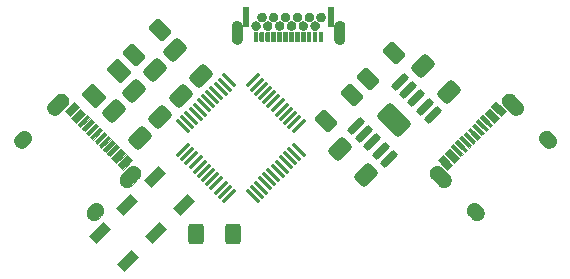
<source format=gtp>
G04 #@! TF.GenerationSoftware,KiCad,Pcbnew,8.0.4*
G04 #@! TF.CreationDate,2024-08-10T17:47:17+02:00*
G04 #@! TF.ProjectId,debubo,64656275-626f-42e6-9b69-6361645f7063,0*
G04 #@! TF.SameCoordinates,Original*
G04 #@! TF.FileFunction,Paste,Top*
G04 #@! TF.FilePolarity,Positive*
%FSLAX46Y46*%
G04 Gerber Fmt 4.6, Leading zero omitted, Abs format (unit mm)*
G04 Created by KiCad (PCBNEW 8.0.4) date 2024-08-10 17:47:17*
%MOMM*%
%LPD*%
G01*
G04 APERTURE LIST*
G04 Aperture macros list*
%AMRoundRect*
0 Rectangle with rounded corners*
0 $1 Rounding radius*
0 $2 $3 $4 $5 $6 $7 $8 $9 X,Y pos of 4 corners*
0 Add a 4 corners polygon primitive as box body*
4,1,4,$2,$3,$4,$5,$6,$7,$8,$9,$2,$3,0*
0 Add four circle primitives for the rounded corners*
1,1,$1+$1,$2,$3*
1,1,$1+$1,$4,$5*
1,1,$1+$1,$6,$7*
1,1,$1+$1,$8,$9*
0 Add four rect primitives between the rounded corners*
20,1,$1+$1,$2,$3,$4,$5,0*
20,1,$1+$1,$4,$5,$6,$7,0*
20,1,$1+$1,$6,$7,$8,$9,0*
20,1,$1+$1,$8,$9,$2,$3,0*%
%AMRotRect*
0 Rectangle, with rotation*
0 The origin of the aperture is its center*
0 $1 length*
0 $2 width*
0 $3 Rotation angle, in degrees counterclockwise*
0 Add horizontal line*
21,1,$1,$2,0,0,$3*%
G04 Aperture macros list end*
%ADD10C,0.120000*%
%ADD11RoundRect,0.250000X0.751301X0.167938X0.167938X0.751301X-0.751301X-0.167938X-0.167938X-0.751301X0*%
%ADD12RotRect,0.900000X1.700000X135.000000*%
%ADD13RoundRect,0.250000X-0.751301X-0.167938X-0.167938X-0.751301X0.751301X0.167938X0.167938X0.751301X0*%
%ADD14RoundRect,0.075000X-0.521491X0.415425X0.415425X-0.521491X0.521491X-0.415425X-0.415425X0.521491X0*%
%ADD15RoundRect,0.075000X-0.521491X-0.415425X-0.415425X-0.521491X0.521491X0.415425X0.415425X0.521491X0*%
%ADD16RoundRect,0.250000X-0.342947X1.184404X-1.184404X0.342947X0.342947X-1.184404X1.184404X-0.342947X0*%
%ADD17RoundRect,0.150000X0.380070X0.592202X-0.592202X-0.380070X-0.380070X-0.592202X0.592202X0.380070X0*%
%ADD18R,0.450000X1.465000*%
%ADD19R,0.300000X0.800000*%
%ADD20RotRect,0.550000X1.100000X45.000000*%
%ADD21RotRect,0.300000X1.100000X45.000000*%
%ADD22RotRect,0.550000X1.100000X315.000000*%
%ADD23RotRect,0.300000X1.100000X315.000000*%
%ADD24RoundRect,0.250001X0.114905X-0.768977X0.768977X-0.114905X-0.114905X0.768977X-0.768977X0.114905X0*%
%ADD25RoundRect,0.250000X0.159099X-0.724784X0.724784X-0.159099X-0.159099X0.724784X-0.724784X0.159099X0*%
%ADD26RoundRect,0.250000X-0.159099X0.724784X-0.724784X0.159099X0.159099X-0.724784X0.724784X-0.159099X0*%
%ADD27RoundRect,0.250000X0.400000X0.625000X-0.400000X0.625000X-0.400000X-0.625000X0.400000X-0.625000X0*%
G04 APERTURE END LIST*
D10*
X139150000Y-86550000D02*
X138850000Y-86550000D01*
X138850000Y-85750000D01*
X139150000Y-85750000D01*
X139150000Y-86550000D01*
G36*
X139150000Y-86550000D02*
G01*
X138850000Y-86550000D01*
X138850000Y-85750000D01*
X139150000Y-85750000D01*
X139150000Y-86550000D01*
G37*
X139650000Y-86550000D02*
X139350000Y-86550000D01*
X139350000Y-85750000D01*
X139650000Y-85750000D01*
X139650000Y-86550000D01*
G36*
X139650000Y-86550000D02*
G01*
X139350000Y-86550000D01*
X139350000Y-85750000D01*
X139650000Y-85750000D01*
X139650000Y-86550000D01*
G37*
X140150000Y-86550000D02*
X139850000Y-86550000D01*
X139850000Y-85750000D01*
X140150000Y-85750000D01*
X140150000Y-86550000D01*
G36*
X140150000Y-86550000D02*
G01*
X139850000Y-86550000D01*
X139850000Y-85750000D01*
X140150000Y-85750000D01*
X140150000Y-86550000D01*
G37*
X140650000Y-86550000D02*
X140350000Y-86550000D01*
X140350000Y-85750000D01*
X140650000Y-85750000D01*
X140650000Y-86550000D01*
G36*
X140650000Y-86550000D02*
G01*
X140350000Y-86550000D01*
X140350000Y-85750000D01*
X140650000Y-85750000D01*
X140650000Y-86550000D01*
G37*
X141150000Y-86550000D02*
X140850000Y-86550000D01*
X140850000Y-85750000D01*
X141150000Y-85750000D01*
X141150000Y-86550000D01*
G36*
X141150000Y-86550000D02*
G01*
X140850000Y-86550000D01*
X140850000Y-85750000D01*
X141150000Y-85750000D01*
X141150000Y-86550000D01*
G37*
X141650000Y-86550000D02*
X141350000Y-86550000D01*
X141350000Y-85750000D01*
X141650000Y-85750000D01*
X141650000Y-86550000D01*
G36*
X141650000Y-86550000D02*
G01*
X141350000Y-86550000D01*
X141350000Y-85750000D01*
X141650000Y-85750000D01*
X141650000Y-86550000D01*
G37*
X142150000Y-86550000D02*
X141850000Y-86550000D01*
X141850000Y-85750000D01*
X142150000Y-85750000D01*
X142150000Y-86550000D01*
G36*
X142150000Y-86550000D02*
G01*
X141850000Y-86550000D01*
X141850000Y-85750000D01*
X142150000Y-85750000D01*
X142150000Y-86550000D01*
G37*
X142650000Y-86550000D02*
X142350000Y-86550000D01*
X142350000Y-85750000D01*
X142650000Y-85750000D01*
X142650000Y-86550000D01*
G36*
X142650000Y-86550000D02*
G01*
X142350000Y-86550000D01*
X142350000Y-85750000D01*
X142650000Y-85750000D01*
X142650000Y-86550000D01*
G37*
X143150000Y-86550000D02*
X142850000Y-86550000D01*
X142850000Y-85750000D01*
X143150000Y-85750000D01*
X143150000Y-86550000D01*
G36*
X143150000Y-86550000D02*
G01*
X142850000Y-86550000D01*
X142850000Y-85750000D01*
X143150000Y-85750000D01*
X143150000Y-86550000D01*
G37*
X143650000Y-86550000D02*
X143350000Y-86550000D01*
X143350000Y-85750000D01*
X143650000Y-85750000D01*
X143650000Y-86550000D01*
G36*
X143650000Y-86550000D02*
G01*
X143350000Y-86550000D01*
X143350000Y-85750000D01*
X143650000Y-85750000D01*
X143650000Y-86550000D01*
G37*
X144150000Y-86550000D02*
X143850000Y-86550000D01*
X143850000Y-85750000D01*
X144150000Y-85750000D01*
X144150000Y-86550000D01*
G36*
X144150000Y-86550000D02*
G01*
X143850000Y-86550000D01*
X143850000Y-85750000D01*
X144150000Y-85750000D01*
X144150000Y-86550000D01*
G37*
X144650000Y-86550000D02*
X144350000Y-86550000D01*
X144350000Y-85750000D01*
X144650000Y-85750000D01*
X144650000Y-86550000D01*
G36*
X144650000Y-86550000D02*
G01*
X144350000Y-86550000D01*
X144350000Y-85750000D01*
X144650000Y-85750000D01*
X144650000Y-86550000D01*
G37*
X139031000Y-84871000D02*
X139057000Y-84874000D01*
X139081000Y-84879000D01*
X139106000Y-84886000D01*
X139129001Y-84895000D01*
X139153000Y-84905000D01*
X139175000Y-84917000D01*
X139196000Y-84930000D01*
X139217000Y-84945000D01*
X139236000Y-84961000D01*
X139254000Y-84979000D01*
X139271000Y-84998000D01*
X139286000Y-85018001D01*
X139300000Y-85038999D01*
X139312000Y-85061000D01*
X139323000Y-85084000D01*
X139332000Y-85108000D01*
X139339000Y-85132000D01*
X139344001Y-85157000D01*
X139348000Y-85182001D01*
X139350000Y-85207000D01*
X139350000Y-85232000D01*
X139348000Y-85258000D01*
X139344000Y-85283000D01*
X139339000Y-85307000D01*
X139332000Y-85332000D01*
X139323000Y-85355000D01*
X139312000Y-85378000D01*
X139300000Y-85400000D01*
X139286000Y-85421000D01*
X139271000Y-85442000D01*
X139254000Y-85460000D01*
X139236000Y-85478000D01*
X139217000Y-85495000D01*
X139196000Y-85509000D01*
X139175000Y-85523001D01*
X139153000Y-85535000D01*
X139129000Y-85545000D01*
X139106000Y-85553000D01*
X139081001Y-85560000D01*
X139056999Y-85565000D01*
X139031000Y-85568000D01*
X139006000Y-85570001D01*
X138981000Y-85569000D01*
X138956000Y-85567000D01*
X138931000Y-85563000D01*
X138906000Y-85557000D01*
X138882000Y-85549000D01*
X138859000Y-85540000D01*
X138836000Y-85529000D01*
X138814000Y-85516000D01*
X138793000Y-85502000D01*
X138773000Y-85487000D01*
X138755000Y-85469000D01*
X138737000Y-85451000D01*
X138721000Y-85432000D01*
X138707000Y-85411001D01*
X138694000Y-85389000D01*
X138682000Y-85366999D01*
X138673000Y-85343000D01*
X138664000Y-85319999D01*
X138658000Y-85295000D01*
X138654000Y-85270000D01*
X138651000Y-85245000D01*
X138650000Y-85220000D01*
X138651001Y-85195000D01*
X138654000Y-85169000D01*
X138658000Y-85145000D01*
X138664000Y-85120000D01*
X138672999Y-85096000D01*
X138682000Y-85073000D01*
X138694000Y-85050000D01*
X138707000Y-85029000D01*
X138721000Y-85008000D01*
X138737000Y-84988000D01*
X138755000Y-84970000D01*
X138773000Y-84953000D01*
X138793000Y-84937000D01*
X138814000Y-84923000D01*
X138836000Y-84911000D01*
X138859000Y-84900000D01*
X138882000Y-84890000D01*
X138906000Y-84883000D01*
X138931000Y-84877001D01*
X138956000Y-84873000D01*
X138981000Y-84870000D01*
X139006000Y-84870000D01*
X139031000Y-84871000D01*
G36*
X139031000Y-84871000D02*
G01*
X139057000Y-84874000D01*
X139081000Y-84879000D01*
X139106000Y-84886000D01*
X139129001Y-84895000D01*
X139153000Y-84905000D01*
X139175000Y-84917000D01*
X139196000Y-84930000D01*
X139217000Y-84945000D01*
X139236000Y-84961000D01*
X139254000Y-84979000D01*
X139271000Y-84998000D01*
X139286000Y-85018001D01*
X139300000Y-85038999D01*
X139312000Y-85061000D01*
X139323000Y-85084000D01*
X139332000Y-85108000D01*
X139339000Y-85132000D01*
X139344001Y-85157000D01*
X139348000Y-85182001D01*
X139350000Y-85207000D01*
X139350000Y-85232000D01*
X139348000Y-85258000D01*
X139344000Y-85283000D01*
X139339000Y-85307000D01*
X139332000Y-85332000D01*
X139323000Y-85355000D01*
X139312000Y-85378000D01*
X139300000Y-85400000D01*
X139286000Y-85421000D01*
X139271000Y-85442000D01*
X139254000Y-85460000D01*
X139236000Y-85478000D01*
X139217000Y-85495000D01*
X139196000Y-85509000D01*
X139175000Y-85523001D01*
X139153000Y-85535000D01*
X139129000Y-85545000D01*
X139106000Y-85553000D01*
X139081001Y-85560000D01*
X139056999Y-85565000D01*
X139031000Y-85568000D01*
X139006000Y-85570001D01*
X138981000Y-85569000D01*
X138956000Y-85567000D01*
X138931000Y-85563000D01*
X138906000Y-85557000D01*
X138882000Y-85549000D01*
X138859000Y-85540000D01*
X138836000Y-85529000D01*
X138814000Y-85516000D01*
X138793000Y-85502000D01*
X138773000Y-85487000D01*
X138755000Y-85469000D01*
X138737000Y-85451000D01*
X138721000Y-85432000D01*
X138707000Y-85411001D01*
X138694000Y-85389000D01*
X138682000Y-85366999D01*
X138673000Y-85343000D01*
X138664000Y-85319999D01*
X138658000Y-85295000D01*
X138654000Y-85270000D01*
X138651000Y-85245000D01*
X138650000Y-85220000D01*
X138651001Y-85195000D01*
X138654000Y-85169000D01*
X138658000Y-85145000D01*
X138664000Y-85120000D01*
X138672999Y-85096000D01*
X138682000Y-85073000D01*
X138694000Y-85050000D01*
X138707000Y-85029000D01*
X138721000Y-85008000D01*
X138737000Y-84988000D01*
X138755000Y-84970000D01*
X138773000Y-84953000D01*
X138793000Y-84937000D01*
X138814000Y-84923000D01*
X138836000Y-84911000D01*
X138859000Y-84900000D01*
X138882000Y-84890000D01*
X138906000Y-84883000D01*
X138931000Y-84877001D01*
X138956000Y-84873000D01*
X138981000Y-84870000D01*
X139006000Y-84870000D01*
X139031000Y-84871000D01*
G37*
X139532000Y-84151000D02*
X139557000Y-84155000D01*
X139580999Y-84160000D01*
X139606000Y-84166000D01*
X139630000Y-84175000D01*
X139653000Y-84185000D01*
X139674999Y-84197000D01*
X139696000Y-84210000D01*
X139717000Y-84225000D01*
X139736000Y-84242000D01*
X139753999Y-84259000D01*
X139771000Y-84278000D01*
X139786000Y-84298000D01*
X139800000Y-84320000D01*
X139812000Y-84341999D01*
X139823000Y-84365000D01*
X139832000Y-84388000D01*
X139839000Y-84412000D01*
X139844000Y-84437000D01*
X139848000Y-84462000D01*
X139850000Y-84487000D01*
X139850000Y-84513000D01*
X139848000Y-84537999D01*
X139844000Y-84563001D01*
X139839000Y-84587001D01*
X139832000Y-84612000D01*
X139823000Y-84635000D01*
X139812000Y-84658000D01*
X139800000Y-84680000D01*
X139786000Y-84702000D01*
X139771000Y-84722000D01*
X139754000Y-84741000D01*
X139736000Y-84758000D01*
X139717000Y-84775000D01*
X139696000Y-84790000D01*
X139675000Y-84803000D01*
X139653000Y-84815000D01*
X139630001Y-84825000D01*
X139606000Y-84834000D01*
X139581000Y-84840000D01*
X139557000Y-84845000D01*
X139532000Y-84849000D01*
X139506000Y-84850000D01*
X139481000Y-84849000D01*
X139456000Y-84846999D01*
X139430999Y-84843000D01*
X139406000Y-84837000D01*
X139382001Y-84830000D01*
X139359000Y-84820000D01*
X139336000Y-84809000D01*
X139314000Y-84797000D01*
X139293000Y-84782000D01*
X139273000Y-84767000D01*
X139255001Y-84750000D01*
X139237000Y-84731000D01*
X139221000Y-84712000D01*
X139207000Y-84691000D01*
X139194000Y-84668999D01*
X139182000Y-84647000D01*
X139173000Y-84624000D01*
X139165000Y-84600000D01*
X139158000Y-84575000D01*
X139154000Y-84550000D01*
X139150999Y-84525000D01*
X139150000Y-84500000D01*
X139151000Y-84475000D01*
X139154000Y-84450000D01*
X139158000Y-84425000D01*
X139165000Y-84400001D01*
X139173000Y-84376000D01*
X139182000Y-84353000D01*
X139194000Y-84330000D01*
X139207000Y-84308999D01*
X139221000Y-84288000D01*
X139237000Y-84269000D01*
X139255000Y-84250000D01*
X139273000Y-84233000D01*
X139293000Y-84218000D01*
X139313999Y-84203000D01*
X139336000Y-84191000D01*
X139359000Y-84180000D01*
X139382000Y-84170000D01*
X139406000Y-84163000D01*
X139431000Y-84157000D01*
X139456000Y-84153000D01*
X139481000Y-84150000D01*
X139505999Y-84150000D01*
X139532000Y-84151000D01*
G36*
X139532000Y-84151000D02*
G01*
X139557000Y-84155000D01*
X139580999Y-84160000D01*
X139606000Y-84166000D01*
X139630000Y-84175000D01*
X139653000Y-84185000D01*
X139674999Y-84197000D01*
X139696000Y-84210000D01*
X139717000Y-84225000D01*
X139736000Y-84242000D01*
X139753999Y-84259000D01*
X139771000Y-84278000D01*
X139786000Y-84298000D01*
X139800000Y-84320000D01*
X139812000Y-84341999D01*
X139823000Y-84365000D01*
X139832000Y-84388000D01*
X139839000Y-84412000D01*
X139844000Y-84437000D01*
X139848000Y-84462000D01*
X139850000Y-84487000D01*
X139850000Y-84513000D01*
X139848000Y-84537999D01*
X139844000Y-84563001D01*
X139839000Y-84587001D01*
X139832000Y-84612000D01*
X139823000Y-84635000D01*
X139812000Y-84658000D01*
X139800000Y-84680000D01*
X139786000Y-84702000D01*
X139771000Y-84722000D01*
X139754000Y-84741000D01*
X139736000Y-84758000D01*
X139717000Y-84775000D01*
X139696000Y-84790000D01*
X139675000Y-84803000D01*
X139653000Y-84815000D01*
X139630001Y-84825000D01*
X139606000Y-84834000D01*
X139581000Y-84840000D01*
X139557000Y-84845000D01*
X139532000Y-84849000D01*
X139506000Y-84850000D01*
X139481000Y-84849000D01*
X139456000Y-84846999D01*
X139430999Y-84843000D01*
X139406000Y-84837000D01*
X139382001Y-84830000D01*
X139359000Y-84820000D01*
X139336000Y-84809000D01*
X139314000Y-84797000D01*
X139293000Y-84782000D01*
X139273000Y-84767000D01*
X139255001Y-84750000D01*
X139237000Y-84731000D01*
X139221000Y-84712000D01*
X139207000Y-84691000D01*
X139194000Y-84668999D01*
X139182000Y-84647000D01*
X139173000Y-84624000D01*
X139165000Y-84600000D01*
X139158000Y-84575000D01*
X139154000Y-84550000D01*
X139150999Y-84525000D01*
X139150000Y-84500000D01*
X139151000Y-84475000D01*
X139154000Y-84450000D01*
X139158000Y-84425000D01*
X139165000Y-84400001D01*
X139173000Y-84376000D01*
X139182000Y-84353000D01*
X139194000Y-84330000D01*
X139207000Y-84308999D01*
X139221000Y-84288000D01*
X139237000Y-84269000D01*
X139255000Y-84250000D01*
X139273000Y-84233000D01*
X139293000Y-84218000D01*
X139313999Y-84203000D01*
X139336000Y-84191000D01*
X139359000Y-84180000D01*
X139382000Y-84170000D01*
X139406000Y-84163000D01*
X139431000Y-84157000D01*
X139456000Y-84153000D01*
X139481000Y-84150000D01*
X139505999Y-84150000D01*
X139532000Y-84151000D01*
G37*
X140031000Y-84870999D02*
X140057000Y-84874000D01*
X140081000Y-84879000D01*
X140106000Y-84886000D01*
X140128999Y-84895000D01*
X140153000Y-84905000D01*
X140175000Y-84917000D01*
X140196000Y-84930000D01*
X140217000Y-84945000D01*
X140236000Y-84961000D01*
X140254000Y-84979000D01*
X140271001Y-84998000D01*
X140286000Y-85018000D01*
X140300000Y-85039000D01*
X140312000Y-85061000D01*
X140323000Y-85084000D01*
X140332000Y-85108000D01*
X140339000Y-85132000D01*
X140343999Y-85157000D01*
X140348000Y-85182000D01*
X140350000Y-85207000D01*
X140350000Y-85232000D01*
X140348000Y-85258000D01*
X140344000Y-85283000D01*
X140339000Y-85307000D01*
X140332000Y-85332000D01*
X140323000Y-85355000D01*
X140312000Y-85378001D01*
X140300000Y-85400000D01*
X140286000Y-85421000D01*
X140271000Y-85442000D01*
X140254000Y-85460000D01*
X140236000Y-85478000D01*
X140217000Y-85495000D01*
X140196000Y-85509000D01*
X140175000Y-85523000D01*
X140153000Y-85535000D01*
X140129000Y-85545000D01*
X140106000Y-85553000D01*
X140081000Y-85560000D01*
X140057000Y-85565000D01*
X140031000Y-85568000D01*
X140006000Y-85570000D01*
X139981001Y-85569000D01*
X139956000Y-85567000D01*
X139931000Y-85563000D01*
X139906000Y-85557000D01*
X139882000Y-85549000D01*
X139859000Y-85539999D01*
X139836000Y-85529000D01*
X139814000Y-85516000D01*
X139793000Y-85502000D01*
X139773000Y-85487000D01*
X139755000Y-85469000D01*
X139737000Y-85451000D01*
X139721000Y-85432000D01*
X139707000Y-85411000D01*
X139694000Y-85389000D01*
X139682000Y-85367000D01*
X139673000Y-85343000D01*
X139664000Y-85320000D01*
X139658000Y-85295000D01*
X139654000Y-85270000D01*
X139651000Y-85245000D01*
X139650000Y-85220000D01*
X139650999Y-85195000D01*
X139654000Y-85169000D01*
X139658000Y-85145000D01*
X139664000Y-85120000D01*
X139673000Y-85096000D01*
X139682000Y-85073000D01*
X139693999Y-85050000D01*
X139707000Y-85029000D01*
X139721000Y-85008000D01*
X139737000Y-84987999D01*
X139754999Y-84970000D01*
X139773000Y-84953000D01*
X139793000Y-84937000D01*
X139814000Y-84923000D01*
X139836000Y-84911000D01*
X139859000Y-84900000D01*
X139882000Y-84889999D01*
X139906000Y-84883000D01*
X139931000Y-84877000D01*
X139956000Y-84873001D01*
X139981000Y-84870000D01*
X140006000Y-84870000D01*
X140031000Y-84870999D01*
G36*
X140031000Y-84870999D02*
G01*
X140057000Y-84874000D01*
X140081000Y-84879000D01*
X140106000Y-84886000D01*
X140128999Y-84895000D01*
X140153000Y-84905000D01*
X140175000Y-84917000D01*
X140196000Y-84930000D01*
X140217000Y-84945000D01*
X140236000Y-84961000D01*
X140254000Y-84979000D01*
X140271001Y-84998000D01*
X140286000Y-85018000D01*
X140300000Y-85039000D01*
X140312000Y-85061000D01*
X140323000Y-85084000D01*
X140332000Y-85108000D01*
X140339000Y-85132000D01*
X140343999Y-85157000D01*
X140348000Y-85182000D01*
X140350000Y-85207000D01*
X140350000Y-85232000D01*
X140348000Y-85258000D01*
X140344000Y-85283000D01*
X140339000Y-85307000D01*
X140332000Y-85332000D01*
X140323000Y-85355000D01*
X140312000Y-85378001D01*
X140300000Y-85400000D01*
X140286000Y-85421000D01*
X140271000Y-85442000D01*
X140254000Y-85460000D01*
X140236000Y-85478000D01*
X140217000Y-85495000D01*
X140196000Y-85509000D01*
X140175000Y-85523000D01*
X140153000Y-85535000D01*
X140129000Y-85545000D01*
X140106000Y-85553000D01*
X140081000Y-85560000D01*
X140057000Y-85565000D01*
X140031000Y-85568000D01*
X140006000Y-85570000D01*
X139981001Y-85569000D01*
X139956000Y-85567000D01*
X139931000Y-85563000D01*
X139906000Y-85557000D01*
X139882000Y-85549000D01*
X139859000Y-85539999D01*
X139836000Y-85529000D01*
X139814000Y-85516000D01*
X139793000Y-85502000D01*
X139773000Y-85487000D01*
X139755000Y-85469000D01*
X139737000Y-85451000D01*
X139721000Y-85432000D01*
X139707000Y-85411000D01*
X139694000Y-85389000D01*
X139682000Y-85367000D01*
X139673000Y-85343000D01*
X139664000Y-85320000D01*
X139658000Y-85295000D01*
X139654000Y-85270000D01*
X139651000Y-85245000D01*
X139650000Y-85220000D01*
X139650999Y-85195000D01*
X139654000Y-85169000D01*
X139658000Y-85145000D01*
X139664000Y-85120000D01*
X139673000Y-85096000D01*
X139682000Y-85073000D01*
X139693999Y-85050000D01*
X139707000Y-85029000D01*
X139721000Y-85008000D01*
X139737000Y-84987999D01*
X139754999Y-84970000D01*
X139773000Y-84953000D01*
X139793000Y-84937000D01*
X139814000Y-84923000D01*
X139836000Y-84911000D01*
X139859000Y-84900000D01*
X139882000Y-84889999D01*
X139906000Y-84883000D01*
X139931000Y-84877000D01*
X139956000Y-84873001D01*
X139981000Y-84870000D01*
X140006000Y-84870000D01*
X140031000Y-84870999D01*
G37*
X140506000Y-84150000D02*
X140532000Y-84151000D01*
X140557000Y-84155000D01*
X140581000Y-84160000D01*
X140606000Y-84166000D01*
X140630000Y-84175000D01*
X140653000Y-84185000D01*
X140675000Y-84197000D01*
X140696000Y-84210000D01*
X140717000Y-84225000D01*
X140736000Y-84242000D01*
X140754000Y-84259000D01*
X140771000Y-84278000D01*
X140786000Y-84298000D01*
X140800000Y-84320001D01*
X140812000Y-84342000D01*
X140823000Y-84365000D01*
X140832000Y-84388000D01*
X140839000Y-84412000D01*
X140844000Y-84437000D01*
X140848000Y-84462000D01*
X140850000Y-84487000D01*
X140850000Y-84513000D01*
X140848000Y-84538000D01*
X140844000Y-84563000D01*
X140839000Y-84587000D01*
X140832000Y-84612000D01*
X140823000Y-84635000D01*
X140812000Y-84658000D01*
X140800000Y-84680000D01*
X140786000Y-84702000D01*
X140770999Y-84722000D01*
X140754001Y-84741000D01*
X140736000Y-84758000D01*
X140717000Y-84775000D01*
X140696000Y-84790000D01*
X140675000Y-84803000D01*
X140653000Y-84815000D01*
X140629999Y-84825000D01*
X140606000Y-84834000D01*
X140581000Y-84840000D01*
X140557000Y-84845000D01*
X140532000Y-84849001D01*
X140506000Y-84850000D01*
X140481000Y-84849000D01*
X140456000Y-84847000D01*
X140431000Y-84843000D01*
X140406000Y-84837000D01*
X140381999Y-84830000D01*
X140359000Y-84820000D01*
X140336000Y-84809000D01*
X140314000Y-84797000D01*
X140293000Y-84782000D01*
X140273000Y-84767000D01*
X140254999Y-84750000D01*
X140236999Y-84731000D01*
X140221000Y-84712000D01*
X140207000Y-84691000D01*
X140194000Y-84669000D01*
X140182001Y-84647000D01*
X140173000Y-84624000D01*
X140165000Y-84600000D01*
X140158000Y-84575000D01*
X140154000Y-84550000D01*
X140151000Y-84525000D01*
X140150000Y-84500000D01*
X140151000Y-84475000D01*
X140154001Y-84450000D01*
X140158000Y-84425000D01*
X140165000Y-84400000D01*
X140173001Y-84376000D01*
X140182000Y-84353000D01*
X140194000Y-84330000D01*
X140207000Y-84309000D01*
X140221000Y-84288000D01*
X140237000Y-84269000D01*
X140255000Y-84250000D01*
X140273000Y-84233000D01*
X140293000Y-84218000D01*
X140314000Y-84203000D01*
X140336000Y-84191000D01*
X140359000Y-84180001D01*
X140382000Y-84170000D01*
X140406000Y-84163000D01*
X140431000Y-84157000D01*
X140456000Y-84153000D01*
X140481000Y-84149999D01*
X140506000Y-84150000D01*
G36*
X140506000Y-84150000D02*
G01*
X140532000Y-84151000D01*
X140557000Y-84155000D01*
X140581000Y-84160000D01*
X140606000Y-84166000D01*
X140630000Y-84175000D01*
X140653000Y-84185000D01*
X140675000Y-84197000D01*
X140696000Y-84210000D01*
X140717000Y-84225000D01*
X140736000Y-84242000D01*
X140754000Y-84259000D01*
X140771000Y-84278000D01*
X140786000Y-84298000D01*
X140800000Y-84320001D01*
X140812000Y-84342000D01*
X140823000Y-84365000D01*
X140832000Y-84388000D01*
X140839000Y-84412000D01*
X140844000Y-84437000D01*
X140848000Y-84462000D01*
X140850000Y-84487000D01*
X140850000Y-84513000D01*
X140848000Y-84538000D01*
X140844000Y-84563000D01*
X140839000Y-84587000D01*
X140832000Y-84612000D01*
X140823000Y-84635000D01*
X140812000Y-84658000D01*
X140800000Y-84680000D01*
X140786000Y-84702000D01*
X140770999Y-84722000D01*
X140754001Y-84741000D01*
X140736000Y-84758000D01*
X140717000Y-84775000D01*
X140696000Y-84790000D01*
X140675000Y-84803000D01*
X140653000Y-84815000D01*
X140629999Y-84825000D01*
X140606000Y-84834000D01*
X140581000Y-84840000D01*
X140557000Y-84845000D01*
X140532000Y-84849001D01*
X140506000Y-84850000D01*
X140481000Y-84849000D01*
X140456000Y-84847000D01*
X140431000Y-84843000D01*
X140406000Y-84837000D01*
X140381999Y-84830000D01*
X140359000Y-84820000D01*
X140336000Y-84809000D01*
X140314000Y-84797000D01*
X140293000Y-84782000D01*
X140273000Y-84767000D01*
X140254999Y-84750000D01*
X140236999Y-84731000D01*
X140221000Y-84712000D01*
X140207000Y-84691000D01*
X140194000Y-84669000D01*
X140182001Y-84647000D01*
X140173000Y-84624000D01*
X140165000Y-84600000D01*
X140158000Y-84575000D01*
X140154000Y-84550000D01*
X140151000Y-84525000D01*
X140150000Y-84500000D01*
X140151000Y-84475000D01*
X140154001Y-84450000D01*
X140158000Y-84425000D01*
X140165000Y-84400000D01*
X140173001Y-84376000D01*
X140182000Y-84353000D01*
X140194000Y-84330000D01*
X140207000Y-84309000D01*
X140221000Y-84288000D01*
X140237000Y-84269000D01*
X140255000Y-84250000D01*
X140273000Y-84233000D01*
X140293000Y-84218000D01*
X140314000Y-84203000D01*
X140336000Y-84191000D01*
X140359000Y-84180001D01*
X140382000Y-84170000D01*
X140406000Y-84163000D01*
X140431000Y-84157000D01*
X140456000Y-84153000D01*
X140481000Y-84149999D01*
X140506000Y-84150000D01*
G37*
X141031000Y-84871000D02*
X141057000Y-84874000D01*
X141081000Y-84879000D01*
X141106000Y-84886000D01*
X141129000Y-84895000D01*
X141153000Y-84905000D01*
X141175000Y-84917000D01*
X141196000Y-84930000D01*
X141217000Y-84945000D01*
X141236001Y-84961000D01*
X141254000Y-84978999D01*
X141271000Y-84998000D01*
X141286000Y-85018000D01*
X141300000Y-85039000D01*
X141312000Y-85061000D01*
X141323000Y-85084000D01*
X141332000Y-85108000D01*
X141339000Y-85132000D01*
X141344000Y-85157000D01*
X141348000Y-85182000D01*
X141350000Y-85207000D01*
X141350000Y-85232000D01*
X141348000Y-85258000D01*
X141344000Y-85283000D01*
X141339001Y-85307000D01*
X141332000Y-85332000D01*
X141323000Y-85355000D01*
X141312000Y-85378000D01*
X141300000Y-85399999D01*
X141286000Y-85421000D01*
X141271000Y-85442000D01*
X141254000Y-85460000D01*
X141236000Y-85478000D01*
X141217001Y-85495000D01*
X141196000Y-85509000D01*
X141175000Y-85523000D01*
X141153000Y-85535000D01*
X141129000Y-85545000D01*
X141106000Y-85553000D01*
X141081000Y-85560000D01*
X141057000Y-85565000D01*
X141031000Y-85568000D01*
X141006000Y-85570000D01*
X140980999Y-85569000D01*
X140956000Y-85567000D01*
X140931000Y-85563000D01*
X140906000Y-85557000D01*
X140882000Y-85549000D01*
X140858999Y-85540000D01*
X140836000Y-85529000D01*
X140814000Y-85516000D01*
X140793000Y-85502000D01*
X140773000Y-85487000D01*
X140755000Y-85469000D01*
X140737000Y-85451000D01*
X140721000Y-85432000D01*
X140707000Y-85411000D01*
X140694000Y-85389000D01*
X140682000Y-85367000D01*
X140673000Y-85343000D01*
X140664000Y-85320000D01*
X140658000Y-85295000D01*
X140654000Y-85270001D01*
X140651000Y-85245000D01*
X140650000Y-85220000D01*
X140651000Y-85195000D01*
X140654000Y-85169000D01*
X140658000Y-85145000D01*
X140664001Y-85120000D01*
X140673000Y-85096000D01*
X140681999Y-85073000D01*
X140694000Y-85050000D01*
X140707000Y-85029000D01*
X140721001Y-85008000D01*
X140737000Y-84988000D01*
X140755000Y-84970000D01*
X140773000Y-84953000D01*
X140793000Y-84937000D01*
X140814001Y-84923000D01*
X140836000Y-84911000D01*
X140859000Y-84900000D01*
X140882000Y-84890000D01*
X140906000Y-84883000D01*
X140931000Y-84877000D01*
X140956000Y-84873000D01*
X140981000Y-84870000D01*
X141006000Y-84870000D01*
X141031000Y-84871000D01*
G36*
X141031000Y-84871000D02*
G01*
X141057000Y-84874000D01*
X141081000Y-84879000D01*
X141106000Y-84886000D01*
X141129000Y-84895000D01*
X141153000Y-84905000D01*
X141175000Y-84917000D01*
X141196000Y-84930000D01*
X141217000Y-84945000D01*
X141236001Y-84961000D01*
X141254000Y-84978999D01*
X141271000Y-84998000D01*
X141286000Y-85018000D01*
X141300000Y-85039000D01*
X141312000Y-85061000D01*
X141323000Y-85084000D01*
X141332000Y-85108000D01*
X141339000Y-85132000D01*
X141344000Y-85157000D01*
X141348000Y-85182000D01*
X141350000Y-85207000D01*
X141350000Y-85232000D01*
X141348000Y-85258000D01*
X141344000Y-85283000D01*
X141339001Y-85307000D01*
X141332000Y-85332000D01*
X141323000Y-85355000D01*
X141312000Y-85378000D01*
X141300000Y-85399999D01*
X141286000Y-85421000D01*
X141271000Y-85442000D01*
X141254000Y-85460000D01*
X141236000Y-85478000D01*
X141217001Y-85495000D01*
X141196000Y-85509000D01*
X141175000Y-85523000D01*
X141153000Y-85535000D01*
X141129000Y-85545000D01*
X141106000Y-85553000D01*
X141081000Y-85560000D01*
X141057000Y-85565000D01*
X141031000Y-85568000D01*
X141006000Y-85570000D01*
X140980999Y-85569000D01*
X140956000Y-85567000D01*
X140931000Y-85563000D01*
X140906000Y-85557000D01*
X140882000Y-85549000D01*
X140858999Y-85540000D01*
X140836000Y-85529000D01*
X140814000Y-85516000D01*
X140793000Y-85502000D01*
X140773000Y-85487000D01*
X140755000Y-85469000D01*
X140737000Y-85451000D01*
X140721000Y-85432000D01*
X140707000Y-85411000D01*
X140694000Y-85389000D01*
X140682000Y-85367000D01*
X140673000Y-85343000D01*
X140664000Y-85320000D01*
X140658000Y-85295000D01*
X140654000Y-85270001D01*
X140651000Y-85245000D01*
X140650000Y-85220000D01*
X140651000Y-85195000D01*
X140654000Y-85169000D01*
X140658000Y-85145000D01*
X140664001Y-85120000D01*
X140673000Y-85096000D01*
X140681999Y-85073000D01*
X140694000Y-85050000D01*
X140707000Y-85029000D01*
X140721001Y-85008000D01*
X140737000Y-84988000D01*
X140755000Y-84970000D01*
X140773000Y-84953000D01*
X140793000Y-84937000D01*
X140814001Y-84923000D01*
X140836000Y-84911000D01*
X140859000Y-84900000D01*
X140882000Y-84890000D01*
X140906000Y-84883000D01*
X140931000Y-84877000D01*
X140956000Y-84873000D01*
X140981000Y-84870000D01*
X141006000Y-84870000D01*
X141031000Y-84871000D01*
G37*
X141532000Y-84151000D02*
X141557000Y-84155000D01*
X141581000Y-84160000D01*
X141606000Y-84166000D01*
X141630000Y-84175000D01*
X141653000Y-84185000D01*
X141675000Y-84197000D01*
X141696000Y-84210000D01*
X141717000Y-84224999D01*
X141736000Y-84242000D01*
X141754000Y-84259000D01*
X141771000Y-84278000D01*
X141786000Y-84298000D01*
X141800000Y-84320000D01*
X141812000Y-84342000D01*
X141823000Y-84365000D01*
X141832000Y-84388000D01*
X141839000Y-84411999D01*
X141844000Y-84437001D01*
X141848000Y-84462000D01*
X141850000Y-84487000D01*
X141850000Y-84513000D01*
X141848000Y-84538000D01*
X141844000Y-84563000D01*
X141839000Y-84587000D01*
X141832000Y-84612000D01*
X141823000Y-84635000D01*
X141812000Y-84658000D01*
X141800000Y-84680000D01*
X141786000Y-84702000D01*
X141771000Y-84722000D01*
X141753999Y-84741000D01*
X141736000Y-84757999D01*
X141717000Y-84775000D01*
X141696000Y-84790000D01*
X141675000Y-84803000D01*
X141653001Y-84815000D01*
X141630000Y-84825000D01*
X141606001Y-84834000D01*
X141581000Y-84840001D01*
X141557000Y-84845000D01*
X141532000Y-84849000D01*
X141506000Y-84850000D01*
X141481000Y-84849000D01*
X141456000Y-84847000D01*
X141431000Y-84843000D01*
X141406000Y-84837000D01*
X141382000Y-84830000D01*
X141359000Y-84820000D01*
X141336000Y-84809000D01*
X141313999Y-84797000D01*
X141293000Y-84782000D01*
X141273000Y-84767000D01*
X141255000Y-84750000D01*
X141237000Y-84731000D01*
X141221000Y-84711999D01*
X141207000Y-84691000D01*
X141194000Y-84669000D01*
X141182000Y-84647000D01*
X141173000Y-84624000D01*
X141165001Y-84600000D01*
X141158000Y-84575000D01*
X141154000Y-84550000D01*
X141151000Y-84525000D01*
X141150000Y-84500000D01*
X141151000Y-84475001D01*
X141153999Y-84450000D01*
X141158000Y-84425000D01*
X141165000Y-84400000D01*
X141172999Y-84376000D01*
X141182000Y-84353000D01*
X141194000Y-84330000D01*
X141207000Y-84309000D01*
X141221000Y-84288000D01*
X141237000Y-84269000D01*
X141255001Y-84250000D01*
X141273000Y-84233000D01*
X141293000Y-84218000D01*
X141314000Y-84203000D01*
X141336000Y-84191000D01*
X141359000Y-84180000D01*
X141382000Y-84170000D01*
X141406000Y-84163000D01*
X141431000Y-84157000D01*
X141456000Y-84153000D01*
X141481000Y-84150000D01*
X141506000Y-84150000D01*
X141532000Y-84151000D01*
G36*
X141532000Y-84151000D02*
G01*
X141557000Y-84155000D01*
X141581000Y-84160000D01*
X141606000Y-84166000D01*
X141630000Y-84175000D01*
X141653000Y-84185000D01*
X141675000Y-84197000D01*
X141696000Y-84210000D01*
X141717000Y-84224999D01*
X141736000Y-84242000D01*
X141754000Y-84259000D01*
X141771000Y-84278000D01*
X141786000Y-84298000D01*
X141800000Y-84320000D01*
X141812000Y-84342000D01*
X141823000Y-84365000D01*
X141832000Y-84388000D01*
X141839000Y-84411999D01*
X141844000Y-84437001D01*
X141848000Y-84462000D01*
X141850000Y-84487000D01*
X141850000Y-84513000D01*
X141848000Y-84538000D01*
X141844000Y-84563000D01*
X141839000Y-84587000D01*
X141832000Y-84612000D01*
X141823000Y-84635000D01*
X141812000Y-84658000D01*
X141800000Y-84680000D01*
X141786000Y-84702000D01*
X141771000Y-84722000D01*
X141753999Y-84741000D01*
X141736000Y-84757999D01*
X141717000Y-84775000D01*
X141696000Y-84790000D01*
X141675000Y-84803000D01*
X141653001Y-84815000D01*
X141630000Y-84825000D01*
X141606001Y-84834000D01*
X141581000Y-84840001D01*
X141557000Y-84845000D01*
X141532000Y-84849000D01*
X141506000Y-84850000D01*
X141481000Y-84849000D01*
X141456000Y-84847000D01*
X141431000Y-84843000D01*
X141406000Y-84837000D01*
X141382000Y-84830000D01*
X141359000Y-84820000D01*
X141336000Y-84809000D01*
X141313999Y-84797000D01*
X141293000Y-84782000D01*
X141273000Y-84767000D01*
X141255000Y-84750000D01*
X141237000Y-84731000D01*
X141221000Y-84711999D01*
X141207000Y-84691000D01*
X141194000Y-84669000D01*
X141182000Y-84647000D01*
X141173000Y-84624000D01*
X141165001Y-84600000D01*
X141158000Y-84575000D01*
X141154000Y-84550000D01*
X141151000Y-84525000D01*
X141150000Y-84500000D01*
X141151000Y-84475001D01*
X141153999Y-84450000D01*
X141158000Y-84425000D01*
X141165000Y-84400000D01*
X141172999Y-84376000D01*
X141182000Y-84353000D01*
X141194000Y-84330000D01*
X141207000Y-84309000D01*
X141221000Y-84288000D01*
X141237000Y-84269000D01*
X141255001Y-84250000D01*
X141273000Y-84233000D01*
X141293000Y-84218000D01*
X141314000Y-84203000D01*
X141336000Y-84191000D01*
X141359000Y-84180000D01*
X141382000Y-84170000D01*
X141406000Y-84163000D01*
X141431000Y-84157000D01*
X141456000Y-84153000D01*
X141481000Y-84150000D01*
X141506000Y-84150000D01*
X141532000Y-84151000D01*
G37*
X142031000Y-84871000D02*
X142057000Y-84874000D01*
X142081000Y-84879000D01*
X142106000Y-84886001D01*
X142129000Y-84895000D01*
X142153000Y-84905001D01*
X142175000Y-84917000D01*
X142196000Y-84930000D01*
X142217000Y-84945000D01*
X142235999Y-84961000D01*
X142254000Y-84979000D01*
X142271000Y-84998000D01*
X142286000Y-85018000D01*
X142300000Y-85039000D01*
X142312000Y-85061000D01*
X142323000Y-85084000D01*
X142332000Y-85108000D01*
X142339000Y-85132000D01*
X142344000Y-85157000D01*
X142348000Y-85182000D01*
X142350000Y-85207000D01*
X142350001Y-85232000D01*
X142348000Y-85258000D01*
X142344000Y-85282999D01*
X142338999Y-85307000D01*
X142332000Y-85332000D01*
X142323000Y-85355000D01*
X142312000Y-85378000D01*
X142300000Y-85400000D01*
X142286000Y-85421000D01*
X142271001Y-85442000D01*
X142254000Y-85460000D01*
X142236000Y-85478000D01*
X142216999Y-85495000D01*
X142196001Y-85509000D01*
X142175000Y-85523000D01*
X142153000Y-85535000D01*
X142129000Y-85544999D01*
X142106000Y-85553000D01*
X142081000Y-85560000D01*
X142057000Y-85565000D01*
X142031000Y-85567999D01*
X142006000Y-85570000D01*
X141981000Y-85569000D01*
X141956000Y-85567000D01*
X141931000Y-85563000D01*
X141906000Y-85557000D01*
X141882000Y-85549000D01*
X141859000Y-85540000D01*
X141836000Y-85529000D01*
X141814000Y-85516000D01*
X141793000Y-85502000D01*
X141773000Y-85487000D01*
X141755000Y-85469000D01*
X141737000Y-85450999D01*
X141721000Y-85432000D01*
X141707000Y-85411000D01*
X141694000Y-85389000D01*
X141682000Y-85367000D01*
X141673000Y-85343000D01*
X141664000Y-85320000D01*
X141658000Y-85295000D01*
X141654000Y-85270000D01*
X141651000Y-85244999D01*
X141650000Y-85220000D01*
X141651000Y-85195000D01*
X141654000Y-85169000D01*
X141658000Y-85145000D01*
X141664000Y-85120000D01*
X141673000Y-85096000D01*
X141682000Y-85073000D01*
X141694000Y-85050000D01*
X141707000Y-85029000D01*
X141720999Y-85008000D01*
X141737000Y-84988000D01*
X141755000Y-84970000D01*
X141773000Y-84953000D01*
X141793001Y-84937000D01*
X141814000Y-84923000D01*
X141836000Y-84911000D01*
X141859001Y-84900000D01*
X141882000Y-84890000D01*
X141906000Y-84883000D01*
X141931000Y-84877000D01*
X141956000Y-84873000D01*
X141981000Y-84870000D01*
X142006000Y-84870000D01*
X142031000Y-84871000D01*
G36*
X142031000Y-84871000D02*
G01*
X142057000Y-84874000D01*
X142081000Y-84879000D01*
X142106000Y-84886001D01*
X142129000Y-84895000D01*
X142153000Y-84905001D01*
X142175000Y-84917000D01*
X142196000Y-84930000D01*
X142217000Y-84945000D01*
X142235999Y-84961000D01*
X142254000Y-84979000D01*
X142271000Y-84998000D01*
X142286000Y-85018000D01*
X142300000Y-85039000D01*
X142312000Y-85061000D01*
X142323000Y-85084000D01*
X142332000Y-85108000D01*
X142339000Y-85132000D01*
X142344000Y-85157000D01*
X142348000Y-85182000D01*
X142350000Y-85207000D01*
X142350001Y-85232000D01*
X142348000Y-85258000D01*
X142344000Y-85282999D01*
X142338999Y-85307000D01*
X142332000Y-85332000D01*
X142323000Y-85355000D01*
X142312000Y-85378000D01*
X142300000Y-85400000D01*
X142286000Y-85421000D01*
X142271001Y-85442000D01*
X142254000Y-85460000D01*
X142236000Y-85478000D01*
X142216999Y-85495000D01*
X142196001Y-85509000D01*
X142175000Y-85523000D01*
X142153000Y-85535000D01*
X142129000Y-85544999D01*
X142106000Y-85553000D01*
X142081000Y-85560000D01*
X142057000Y-85565000D01*
X142031000Y-85567999D01*
X142006000Y-85570000D01*
X141981000Y-85569000D01*
X141956000Y-85567000D01*
X141931000Y-85563000D01*
X141906000Y-85557000D01*
X141882000Y-85549000D01*
X141859000Y-85540000D01*
X141836000Y-85529000D01*
X141814000Y-85516000D01*
X141793000Y-85502000D01*
X141773000Y-85487000D01*
X141755000Y-85469000D01*
X141737000Y-85450999D01*
X141721000Y-85432000D01*
X141707000Y-85411000D01*
X141694000Y-85389000D01*
X141682000Y-85367000D01*
X141673000Y-85343000D01*
X141664000Y-85320000D01*
X141658000Y-85295000D01*
X141654000Y-85270000D01*
X141651000Y-85244999D01*
X141650000Y-85220000D01*
X141651000Y-85195000D01*
X141654000Y-85169000D01*
X141658000Y-85145000D01*
X141664000Y-85120000D01*
X141673000Y-85096000D01*
X141682000Y-85073000D01*
X141694000Y-85050000D01*
X141707000Y-85029000D01*
X141720999Y-85008000D01*
X141737000Y-84988000D01*
X141755000Y-84970000D01*
X141773000Y-84953000D01*
X141793001Y-84937000D01*
X141814000Y-84923000D01*
X141836000Y-84911000D01*
X141859001Y-84900000D01*
X141882000Y-84890000D01*
X141906000Y-84883000D01*
X141931000Y-84877000D01*
X141956000Y-84873000D01*
X141981000Y-84870000D01*
X142006000Y-84870000D01*
X142031000Y-84871000D01*
G37*
X142532000Y-84151001D02*
X142557000Y-84155000D01*
X142581000Y-84160000D01*
X142606000Y-84166000D01*
X142630000Y-84175001D01*
X142653000Y-84185000D01*
X142675000Y-84197000D01*
X142696000Y-84210000D01*
X142717000Y-84225000D01*
X142736000Y-84242000D01*
X142754000Y-84259000D01*
X142771000Y-84278001D01*
X142786000Y-84298000D01*
X142800000Y-84320000D01*
X142812000Y-84342000D01*
X142823000Y-84364999D01*
X142832000Y-84388000D01*
X142839000Y-84412000D01*
X142844000Y-84437000D01*
X142848000Y-84462000D01*
X142850000Y-84486999D01*
X142850000Y-84513000D01*
X142848000Y-84538000D01*
X142844000Y-84563000D01*
X142839000Y-84587000D01*
X142832000Y-84612000D01*
X142823000Y-84635000D01*
X142812000Y-84658000D01*
X142800001Y-84680000D01*
X142786001Y-84702000D01*
X142771000Y-84722000D01*
X142754000Y-84741000D01*
X142736000Y-84758000D01*
X142717000Y-84775000D01*
X142696000Y-84790000D01*
X142675000Y-84803000D01*
X142652999Y-84815000D01*
X142630000Y-84825000D01*
X142605999Y-84834000D01*
X142581000Y-84840000D01*
X142557000Y-84845000D01*
X142532000Y-84849000D01*
X142506000Y-84850000D01*
X142481000Y-84849001D01*
X142456000Y-84847000D01*
X142431000Y-84843000D01*
X142406000Y-84837000D01*
X142382000Y-84830000D01*
X142359001Y-84820000D01*
X142336000Y-84809000D01*
X142314000Y-84797000D01*
X142293000Y-84781999D01*
X142273000Y-84767000D01*
X142255000Y-84750000D01*
X142237000Y-84731000D01*
X142221000Y-84712000D01*
X142207000Y-84691000D01*
X142194000Y-84669000D01*
X142182000Y-84647000D01*
X142173000Y-84624000D01*
X142165000Y-84600000D01*
X142158000Y-84575000D01*
X142154000Y-84550000D01*
X142151000Y-84525000D01*
X142150000Y-84500000D01*
X142151000Y-84475000D01*
X142154000Y-84450000D01*
X142158000Y-84425000D01*
X142165000Y-84400000D01*
X142173000Y-84376000D01*
X142182001Y-84353000D01*
X142194000Y-84330000D01*
X142207000Y-84309000D01*
X142221000Y-84288000D01*
X142237000Y-84269001D01*
X142255000Y-84250001D01*
X142273000Y-84233000D01*
X142293000Y-84218000D01*
X142314000Y-84203000D01*
X142336000Y-84191000D01*
X142359000Y-84180000D01*
X142382000Y-84170001D01*
X142406000Y-84163000D01*
X142431000Y-84157000D01*
X142456000Y-84153000D01*
X142481000Y-84150000D01*
X142506000Y-84150000D01*
X142532000Y-84151001D01*
G36*
X142532000Y-84151001D02*
G01*
X142557000Y-84155000D01*
X142581000Y-84160000D01*
X142606000Y-84166000D01*
X142630000Y-84175001D01*
X142653000Y-84185000D01*
X142675000Y-84197000D01*
X142696000Y-84210000D01*
X142717000Y-84225000D01*
X142736000Y-84242000D01*
X142754000Y-84259000D01*
X142771000Y-84278001D01*
X142786000Y-84298000D01*
X142800000Y-84320000D01*
X142812000Y-84342000D01*
X142823000Y-84364999D01*
X142832000Y-84388000D01*
X142839000Y-84412000D01*
X142844000Y-84437000D01*
X142848000Y-84462000D01*
X142850000Y-84486999D01*
X142850000Y-84513000D01*
X142848000Y-84538000D01*
X142844000Y-84563000D01*
X142839000Y-84587000D01*
X142832000Y-84612000D01*
X142823000Y-84635000D01*
X142812000Y-84658000D01*
X142800001Y-84680000D01*
X142786001Y-84702000D01*
X142771000Y-84722000D01*
X142754000Y-84741000D01*
X142736000Y-84758000D01*
X142717000Y-84775000D01*
X142696000Y-84790000D01*
X142675000Y-84803000D01*
X142652999Y-84815000D01*
X142630000Y-84825000D01*
X142605999Y-84834000D01*
X142581000Y-84840000D01*
X142557000Y-84845000D01*
X142532000Y-84849000D01*
X142506000Y-84850000D01*
X142481000Y-84849001D01*
X142456000Y-84847000D01*
X142431000Y-84843000D01*
X142406000Y-84837000D01*
X142382000Y-84830000D01*
X142359001Y-84820000D01*
X142336000Y-84809000D01*
X142314000Y-84797000D01*
X142293000Y-84781999D01*
X142273000Y-84767000D01*
X142255000Y-84750000D01*
X142237000Y-84731000D01*
X142221000Y-84712000D01*
X142207000Y-84691000D01*
X142194000Y-84669000D01*
X142182000Y-84647000D01*
X142173000Y-84624000D01*
X142165000Y-84600000D01*
X142158000Y-84575000D01*
X142154000Y-84550000D01*
X142151000Y-84525000D01*
X142150000Y-84500000D01*
X142151000Y-84475000D01*
X142154000Y-84450000D01*
X142158000Y-84425000D01*
X142165000Y-84400000D01*
X142173000Y-84376000D01*
X142182001Y-84353000D01*
X142194000Y-84330000D01*
X142207000Y-84309000D01*
X142221000Y-84288000D01*
X142237000Y-84269001D01*
X142255000Y-84250001D01*
X142273000Y-84233000D01*
X142293000Y-84218000D01*
X142314000Y-84203000D01*
X142336000Y-84191000D01*
X142359000Y-84180000D01*
X142382000Y-84170001D01*
X142406000Y-84163000D01*
X142431000Y-84157000D01*
X142456000Y-84153000D01*
X142481000Y-84150000D01*
X142506000Y-84150000D01*
X142532000Y-84151001D01*
G37*
X143031000Y-84871000D02*
X143057000Y-84874000D01*
X143081000Y-84879000D01*
X143106000Y-84886000D01*
X143129000Y-84895000D01*
X143153000Y-84905000D01*
X143175000Y-84917000D01*
X143196000Y-84930000D01*
X143217000Y-84945000D01*
X143236000Y-84961000D01*
X143254000Y-84979000D01*
X143271000Y-84998000D01*
X143286000Y-85018001D01*
X143300000Y-85038999D01*
X143312000Y-85061000D01*
X143323000Y-85084000D01*
X143332000Y-85108000D01*
X143339000Y-85132000D01*
X143344000Y-85157000D01*
X143348000Y-85182001D01*
X143350000Y-85207000D01*
X143350000Y-85232000D01*
X143348000Y-85258000D01*
X143344000Y-85283000D01*
X143339000Y-85307000D01*
X143332000Y-85332000D01*
X143323000Y-85355001D01*
X143312000Y-85378000D01*
X143300000Y-85400000D01*
X143286000Y-85421000D01*
X143271000Y-85441999D01*
X143254000Y-85460000D01*
X143236000Y-85478000D01*
X143217000Y-85495000D01*
X143195999Y-85509000D01*
X143175000Y-85523000D01*
X143153000Y-85535000D01*
X143129000Y-85545000D01*
X143106000Y-85553000D01*
X143081001Y-85560000D01*
X143057001Y-85565000D01*
X143031000Y-85568000D01*
X143006001Y-85570000D01*
X142981000Y-85569000D01*
X142956000Y-85567000D01*
X142931000Y-85563000D01*
X142906000Y-85557000D01*
X142882000Y-85549000D01*
X142859000Y-85540000D01*
X142836000Y-85529000D01*
X142814000Y-85516000D01*
X142793000Y-85502000D01*
X142773000Y-85487000D01*
X142755000Y-85469000D01*
X142737000Y-85450999D01*
X142721000Y-85432000D01*
X142707000Y-85411000D01*
X142694000Y-85389000D01*
X142682000Y-85366999D01*
X142673000Y-85343000D01*
X142664000Y-85319999D01*
X142658000Y-85295000D01*
X142654000Y-85270000D01*
X142651000Y-85245000D01*
X142650000Y-85220000D01*
X142651000Y-85195000D01*
X142654000Y-85169000D01*
X142658000Y-85145000D01*
X142664000Y-85120000D01*
X142673001Y-85096000D01*
X142682000Y-85073000D01*
X142694000Y-85050000D01*
X142707000Y-85029000D01*
X142721000Y-85008000D01*
X142737000Y-84988000D01*
X142755000Y-84970000D01*
X142773000Y-84953000D01*
X142792999Y-84937000D01*
X142814000Y-84923000D01*
X142836000Y-84911000D01*
X142858999Y-84900000D01*
X142882000Y-84890000D01*
X142906000Y-84883000D01*
X142931001Y-84877000D01*
X142956000Y-84873000D01*
X142981000Y-84870000D01*
X143006000Y-84870000D01*
X143031000Y-84871000D01*
G36*
X143031000Y-84871000D02*
G01*
X143057000Y-84874000D01*
X143081000Y-84879000D01*
X143106000Y-84886000D01*
X143129000Y-84895000D01*
X143153000Y-84905000D01*
X143175000Y-84917000D01*
X143196000Y-84930000D01*
X143217000Y-84945000D01*
X143236000Y-84961000D01*
X143254000Y-84979000D01*
X143271000Y-84998000D01*
X143286000Y-85018001D01*
X143300000Y-85038999D01*
X143312000Y-85061000D01*
X143323000Y-85084000D01*
X143332000Y-85108000D01*
X143339000Y-85132000D01*
X143344000Y-85157000D01*
X143348000Y-85182001D01*
X143350000Y-85207000D01*
X143350000Y-85232000D01*
X143348000Y-85258000D01*
X143344000Y-85283000D01*
X143339000Y-85307000D01*
X143332000Y-85332000D01*
X143323000Y-85355001D01*
X143312000Y-85378000D01*
X143300000Y-85400000D01*
X143286000Y-85421000D01*
X143271000Y-85441999D01*
X143254000Y-85460000D01*
X143236000Y-85478000D01*
X143217000Y-85495000D01*
X143195999Y-85509000D01*
X143175000Y-85523000D01*
X143153000Y-85535000D01*
X143129000Y-85545000D01*
X143106000Y-85553000D01*
X143081001Y-85560000D01*
X143057001Y-85565000D01*
X143031000Y-85568000D01*
X143006001Y-85570000D01*
X142981000Y-85569000D01*
X142956000Y-85567000D01*
X142931000Y-85563000D01*
X142906000Y-85557000D01*
X142882000Y-85549000D01*
X142859000Y-85540000D01*
X142836000Y-85529000D01*
X142814000Y-85516000D01*
X142793000Y-85502000D01*
X142773000Y-85487000D01*
X142755000Y-85469000D01*
X142737000Y-85450999D01*
X142721000Y-85432000D01*
X142707000Y-85411000D01*
X142694000Y-85389000D01*
X142682000Y-85366999D01*
X142673000Y-85343000D01*
X142664000Y-85319999D01*
X142658000Y-85295000D01*
X142654000Y-85270000D01*
X142651000Y-85245000D01*
X142650000Y-85220000D01*
X142651000Y-85195000D01*
X142654000Y-85169000D01*
X142658000Y-85145000D01*
X142664000Y-85120000D01*
X142673001Y-85096000D01*
X142682000Y-85073000D01*
X142694000Y-85050000D01*
X142707000Y-85029000D01*
X142721000Y-85008000D01*
X142737000Y-84988000D01*
X142755000Y-84970000D01*
X142773000Y-84953000D01*
X142792999Y-84937000D01*
X142814000Y-84923000D01*
X142836000Y-84911000D01*
X142858999Y-84900000D01*
X142882000Y-84890000D01*
X142906000Y-84883000D01*
X142931001Y-84877000D01*
X142956000Y-84873000D01*
X142981000Y-84870000D01*
X143006000Y-84870000D01*
X143031000Y-84871000D01*
G37*
X143532000Y-84151000D02*
X143556999Y-84155000D01*
X143581001Y-84160000D01*
X143606000Y-84166000D01*
X143630000Y-84175000D01*
X143653000Y-84185000D01*
X143675001Y-84197000D01*
X143696000Y-84210000D01*
X143717000Y-84225000D01*
X143736000Y-84242000D01*
X143754000Y-84259001D01*
X143771000Y-84278000D01*
X143786000Y-84298000D01*
X143800000Y-84320000D01*
X143812000Y-84342000D01*
X143822999Y-84365000D01*
X143832000Y-84388000D01*
X143839000Y-84412000D01*
X143844000Y-84437000D01*
X143848000Y-84462000D01*
X143850000Y-84487000D01*
X143850000Y-84513000D01*
X143848000Y-84537999D01*
X143844001Y-84563000D01*
X143839000Y-84587001D01*
X143832000Y-84612000D01*
X143823000Y-84635000D01*
X143812000Y-84658000D01*
X143799999Y-84680000D01*
X143786000Y-84701999D01*
X143771000Y-84722000D01*
X143754000Y-84741000D01*
X143736000Y-84758000D01*
X143717000Y-84775000D01*
X143696000Y-84790000D01*
X143675000Y-84803000D01*
X143653000Y-84815000D01*
X143630000Y-84825000D01*
X143606000Y-84834000D01*
X143581000Y-84840000D01*
X143557000Y-84845000D01*
X143532000Y-84849000D01*
X143506000Y-84850000D01*
X143481000Y-84849000D01*
X143456000Y-84847000D01*
X143431000Y-84842999D01*
X143406000Y-84837000D01*
X143382000Y-84830000D01*
X143359000Y-84820000D01*
X143336000Y-84809000D01*
X143314000Y-84797000D01*
X143293000Y-84782000D01*
X143273000Y-84767000D01*
X143255000Y-84750000D01*
X143237000Y-84731000D01*
X143221000Y-84712000D01*
X143207000Y-84691000D01*
X143194000Y-84669000D01*
X143182000Y-84647000D01*
X143173000Y-84624001D01*
X143165000Y-84600000D01*
X143158000Y-84575000D01*
X143154000Y-84550000D01*
X143151001Y-84525000D01*
X143150000Y-84500000D01*
X143151000Y-84475000D01*
X143154000Y-84450000D01*
X143158000Y-84425000D01*
X143165000Y-84400001D01*
X143173000Y-84376000D01*
X143182000Y-84353001D01*
X143194000Y-84330000D01*
X143207000Y-84308999D01*
X143221000Y-84288000D01*
X143237000Y-84269000D01*
X143255000Y-84250000D01*
X143273000Y-84233000D01*
X143293000Y-84218000D01*
X143314000Y-84203001D01*
X143336000Y-84191000D01*
X143359000Y-84180000D01*
X143382000Y-84170000D01*
X143406000Y-84163000D01*
X143431000Y-84157000D01*
X143456000Y-84153000D01*
X143481000Y-84150000D01*
X143506000Y-84149999D01*
X143532000Y-84151000D01*
G36*
X143532000Y-84151000D02*
G01*
X143556999Y-84155000D01*
X143581001Y-84160000D01*
X143606000Y-84166000D01*
X143630000Y-84175000D01*
X143653000Y-84185000D01*
X143675001Y-84197000D01*
X143696000Y-84210000D01*
X143717000Y-84225000D01*
X143736000Y-84242000D01*
X143754000Y-84259001D01*
X143771000Y-84278000D01*
X143786000Y-84298000D01*
X143800000Y-84320000D01*
X143812000Y-84342000D01*
X143822999Y-84365000D01*
X143832000Y-84388000D01*
X143839000Y-84412000D01*
X143844000Y-84437000D01*
X143848000Y-84462000D01*
X143850000Y-84487000D01*
X143850000Y-84513000D01*
X143848000Y-84537999D01*
X143844001Y-84563000D01*
X143839000Y-84587001D01*
X143832000Y-84612000D01*
X143823000Y-84635000D01*
X143812000Y-84658000D01*
X143799999Y-84680000D01*
X143786000Y-84701999D01*
X143771000Y-84722000D01*
X143754000Y-84741000D01*
X143736000Y-84758000D01*
X143717000Y-84775000D01*
X143696000Y-84790000D01*
X143675000Y-84803000D01*
X143653000Y-84815000D01*
X143630000Y-84825000D01*
X143606000Y-84834000D01*
X143581000Y-84840000D01*
X143557000Y-84845000D01*
X143532000Y-84849000D01*
X143506000Y-84850000D01*
X143481000Y-84849000D01*
X143456000Y-84847000D01*
X143431000Y-84842999D01*
X143406000Y-84837000D01*
X143382000Y-84830000D01*
X143359000Y-84820000D01*
X143336000Y-84809000D01*
X143314000Y-84797000D01*
X143293000Y-84782000D01*
X143273000Y-84767000D01*
X143255000Y-84750000D01*
X143237000Y-84731000D01*
X143221000Y-84712000D01*
X143207000Y-84691000D01*
X143194000Y-84669000D01*
X143182000Y-84647000D01*
X143173000Y-84624001D01*
X143165000Y-84600000D01*
X143158000Y-84575000D01*
X143154000Y-84550000D01*
X143151001Y-84525000D01*
X143150000Y-84500000D01*
X143151000Y-84475000D01*
X143154000Y-84450000D01*
X143158000Y-84425000D01*
X143165000Y-84400001D01*
X143173000Y-84376000D01*
X143182000Y-84353001D01*
X143194000Y-84330000D01*
X143207000Y-84308999D01*
X143221000Y-84288000D01*
X143237000Y-84269000D01*
X143255000Y-84250000D01*
X143273000Y-84233000D01*
X143293000Y-84218000D01*
X143314000Y-84203001D01*
X143336000Y-84191000D01*
X143359000Y-84180000D01*
X143382000Y-84170000D01*
X143406000Y-84163000D01*
X143431000Y-84157000D01*
X143456000Y-84153000D01*
X143481000Y-84150000D01*
X143506000Y-84149999D01*
X143532000Y-84151000D01*
G37*
X144031000Y-84870999D02*
X144057000Y-84874000D01*
X144081000Y-84879000D01*
X144106000Y-84886000D01*
X144129001Y-84895000D01*
X144153000Y-84905000D01*
X144175000Y-84917000D01*
X144196000Y-84930000D01*
X144217000Y-84945000D01*
X144236000Y-84961000D01*
X144254000Y-84979000D01*
X144271000Y-84998000D01*
X144286000Y-85018000D01*
X144300000Y-85039000D01*
X144312000Y-85061000D01*
X144323000Y-85084000D01*
X144332000Y-85108000D01*
X144339000Y-85132000D01*
X144344000Y-85156999D01*
X144348000Y-85182001D01*
X144350000Y-85207000D01*
X144350000Y-85232000D01*
X144348000Y-85258000D01*
X144344000Y-85283000D01*
X144339000Y-85307000D01*
X144332000Y-85332000D01*
X144323000Y-85355000D01*
X144312001Y-85378000D01*
X144300000Y-85400000D01*
X144286000Y-85421000D01*
X144271000Y-85442000D01*
X144254000Y-85460000D01*
X144236000Y-85478000D01*
X144217000Y-85495000D01*
X144196000Y-85509000D01*
X144174999Y-85523000D01*
X144153000Y-85535000D01*
X144129000Y-85545000D01*
X144106000Y-85553000D01*
X144080999Y-85560000D01*
X144057000Y-85565000D01*
X144031000Y-85568000D01*
X144005999Y-85570000D01*
X143981000Y-85569000D01*
X143956000Y-85567000D01*
X143931000Y-85563000D01*
X143906000Y-85557000D01*
X143882000Y-85549000D01*
X143859000Y-85540000D01*
X143836000Y-85529000D01*
X143814000Y-85516000D01*
X143793000Y-85502000D01*
X143773000Y-85487000D01*
X143755000Y-85469000D01*
X143737000Y-85451000D01*
X143721000Y-85432000D01*
X143707000Y-85411001D01*
X143694000Y-85389000D01*
X143682000Y-85367000D01*
X143673000Y-85343000D01*
X143664000Y-85319999D01*
X143658000Y-85295000D01*
X143654000Y-85270000D01*
X143651000Y-85245000D01*
X143650000Y-85220000D01*
X143651000Y-85195001D01*
X143654000Y-85169000D01*
X143658000Y-85145000D01*
X143664000Y-85120000D01*
X143673000Y-85096000D01*
X143682000Y-85073000D01*
X143694001Y-85050000D01*
X143707000Y-85029000D01*
X143721000Y-85008000D01*
X143737000Y-84988000D01*
X143755001Y-84970000D01*
X143773000Y-84953000D01*
X143793000Y-84937000D01*
X143814000Y-84923000D01*
X143836000Y-84911000D01*
X143859000Y-84900000D01*
X143882000Y-84890000D01*
X143906000Y-84883000D01*
X143930999Y-84877000D01*
X143956000Y-84873001D01*
X143981000Y-84870000D01*
X144006000Y-84870000D01*
X144031000Y-84870999D01*
G36*
X144031000Y-84870999D02*
G01*
X144057000Y-84874000D01*
X144081000Y-84879000D01*
X144106000Y-84886000D01*
X144129001Y-84895000D01*
X144153000Y-84905000D01*
X144175000Y-84917000D01*
X144196000Y-84930000D01*
X144217000Y-84945000D01*
X144236000Y-84961000D01*
X144254000Y-84979000D01*
X144271000Y-84998000D01*
X144286000Y-85018000D01*
X144300000Y-85039000D01*
X144312000Y-85061000D01*
X144323000Y-85084000D01*
X144332000Y-85108000D01*
X144339000Y-85132000D01*
X144344000Y-85156999D01*
X144348000Y-85182001D01*
X144350000Y-85207000D01*
X144350000Y-85232000D01*
X144348000Y-85258000D01*
X144344000Y-85283000D01*
X144339000Y-85307000D01*
X144332000Y-85332000D01*
X144323000Y-85355000D01*
X144312001Y-85378000D01*
X144300000Y-85400000D01*
X144286000Y-85421000D01*
X144271000Y-85442000D01*
X144254000Y-85460000D01*
X144236000Y-85478000D01*
X144217000Y-85495000D01*
X144196000Y-85509000D01*
X144174999Y-85523000D01*
X144153000Y-85535000D01*
X144129000Y-85545000D01*
X144106000Y-85553000D01*
X144080999Y-85560000D01*
X144057000Y-85565000D01*
X144031000Y-85568000D01*
X144005999Y-85570000D01*
X143981000Y-85569000D01*
X143956000Y-85567000D01*
X143931000Y-85563000D01*
X143906000Y-85557000D01*
X143882000Y-85549000D01*
X143859000Y-85540000D01*
X143836000Y-85529000D01*
X143814000Y-85516000D01*
X143793000Y-85502000D01*
X143773000Y-85487000D01*
X143755000Y-85469000D01*
X143737000Y-85451000D01*
X143721000Y-85432000D01*
X143707000Y-85411001D01*
X143694000Y-85389000D01*
X143682000Y-85367000D01*
X143673000Y-85343000D01*
X143664000Y-85319999D01*
X143658000Y-85295000D01*
X143654000Y-85270000D01*
X143651000Y-85245000D01*
X143650000Y-85220000D01*
X143651000Y-85195001D01*
X143654000Y-85169000D01*
X143658000Y-85145000D01*
X143664000Y-85120000D01*
X143673000Y-85096000D01*
X143682000Y-85073000D01*
X143694001Y-85050000D01*
X143707000Y-85029000D01*
X143721000Y-85008000D01*
X143737000Y-84988000D01*
X143755001Y-84970000D01*
X143773000Y-84953000D01*
X143793000Y-84937000D01*
X143814000Y-84923000D01*
X143836000Y-84911000D01*
X143859000Y-84900000D01*
X143882000Y-84890000D01*
X143906000Y-84883000D01*
X143930999Y-84877000D01*
X143956000Y-84873001D01*
X143981000Y-84870000D01*
X144006000Y-84870000D01*
X144031000Y-84870999D01*
G37*
X144532000Y-84151000D02*
X144557000Y-84155000D01*
X144581000Y-84160000D01*
X144606000Y-84166000D01*
X144630000Y-84175000D01*
X144653000Y-84185000D01*
X144675000Y-84197000D01*
X144696000Y-84210000D01*
X144717000Y-84225000D01*
X144736000Y-84242000D01*
X144754000Y-84259000D01*
X144771000Y-84278000D01*
X144786000Y-84298000D01*
X144800000Y-84320000D01*
X144812000Y-84341999D01*
X144823000Y-84365000D01*
X144832000Y-84388000D01*
X144839000Y-84412000D01*
X144844000Y-84437000D01*
X144848000Y-84462000D01*
X144850000Y-84487000D01*
X144850000Y-84513000D01*
X144848000Y-84538000D01*
X144843999Y-84563000D01*
X144839000Y-84587000D01*
X144832000Y-84612000D01*
X144823000Y-84635000D01*
X144812000Y-84658000D01*
X144800000Y-84680000D01*
X144786000Y-84702000D01*
X144771001Y-84722000D01*
X144754000Y-84741000D01*
X144736000Y-84758000D01*
X144717000Y-84775000D01*
X144696000Y-84790000D01*
X144675000Y-84803000D01*
X144653000Y-84815000D01*
X144630001Y-84825000D01*
X144606000Y-84834000D01*
X144581000Y-84840000D01*
X144557000Y-84845000D01*
X144532000Y-84849001D01*
X144506000Y-84850000D01*
X144481000Y-84849000D01*
X144456000Y-84846999D01*
X144431000Y-84843000D01*
X144406000Y-84837000D01*
X144382000Y-84830001D01*
X144359000Y-84820000D01*
X144336000Y-84809000D01*
X144314000Y-84797000D01*
X144293000Y-84782000D01*
X144273000Y-84767000D01*
X144254999Y-84750000D01*
X144237001Y-84731000D01*
X144221000Y-84712000D01*
X144207000Y-84691000D01*
X144194000Y-84668999D01*
X144182000Y-84647000D01*
X144173000Y-84624000D01*
X144165000Y-84600000D01*
X144158000Y-84575000D01*
X144154000Y-84550000D01*
X144150999Y-84525000D01*
X144150000Y-84500000D01*
X144151000Y-84475000D01*
X144154000Y-84450000D01*
X144158000Y-84425000D01*
X144165000Y-84400001D01*
X144173000Y-84376000D01*
X144182000Y-84353000D01*
X144194000Y-84330000D01*
X144206999Y-84309000D01*
X144221000Y-84288000D01*
X144237000Y-84269000D01*
X144255000Y-84250000D01*
X144273000Y-84233000D01*
X144293000Y-84218000D01*
X144314000Y-84203000D01*
X144336000Y-84191000D01*
X144359000Y-84180001D01*
X144382000Y-84170000D01*
X144406000Y-84163000D01*
X144431000Y-84157000D01*
X144456000Y-84153000D01*
X144481001Y-84150000D01*
X144506000Y-84150000D01*
X144532000Y-84151000D01*
G36*
X144532000Y-84151000D02*
G01*
X144557000Y-84155000D01*
X144581000Y-84160000D01*
X144606000Y-84166000D01*
X144630000Y-84175000D01*
X144653000Y-84185000D01*
X144675000Y-84197000D01*
X144696000Y-84210000D01*
X144717000Y-84225000D01*
X144736000Y-84242000D01*
X144754000Y-84259000D01*
X144771000Y-84278000D01*
X144786000Y-84298000D01*
X144800000Y-84320000D01*
X144812000Y-84341999D01*
X144823000Y-84365000D01*
X144832000Y-84388000D01*
X144839000Y-84412000D01*
X144844000Y-84437000D01*
X144848000Y-84462000D01*
X144850000Y-84487000D01*
X144850000Y-84513000D01*
X144848000Y-84538000D01*
X144843999Y-84563000D01*
X144839000Y-84587000D01*
X144832000Y-84612000D01*
X144823000Y-84635000D01*
X144812000Y-84658000D01*
X144800000Y-84680000D01*
X144786000Y-84702000D01*
X144771001Y-84722000D01*
X144754000Y-84741000D01*
X144736000Y-84758000D01*
X144717000Y-84775000D01*
X144696000Y-84790000D01*
X144675000Y-84803000D01*
X144653000Y-84815000D01*
X144630001Y-84825000D01*
X144606000Y-84834000D01*
X144581000Y-84840000D01*
X144557000Y-84845000D01*
X144532000Y-84849001D01*
X144506000Y-84850000D01*
X144481000Y-84849000D01*
X144456000Y-84846999D01*
X144431000Y-84843000D01*
X144406000Y-84837000D01*
X144382000Y-84830001D01*
X144359000Y-84820000D01*
X144336000Y-84809000D01*
X144314000Y-84797000D01*
X144293000Y-84782000D01*
X144273000Y-84767000D01*
X144254999Y-84750000D01*
X144237001Y-84731000D01*
X144221000Y-84712000D01*
X144207000Y-84691000D01*
X144194000Y-84668999D01*
X144182000Y-84647000D01*
X144173000Y-84624000D01*
X144165000Y-84600000D01*
X144158000Y-84575000D01*
X144154000Y-84550000D01*
X144150999Y-84525000D01*
X144150000Y-84500000D01*
X144151000Y-84475000D01*
X144154000Y-84450000D01*
X144158000Y-84425000D01*
X144165000Y-84400001D01*
X144173000Y-84376000D01*
X144182000Y-84353000D01*
X144194000Y-84330000D01*
X144206999Y-84309000D01*
X144221000Y-84288000D01*
X144237000Y-84269000D01*
X144255000Y-84250000D01*
X144273000Y-84233000D01*
X144293000Y-84218000D01*
X144314000Y-84203000D01*
X144336000Y-84191000D01*
X144359000Y-84180001D01*
X144382000Y-84170000D01*
X144406000Y-84163000D01*
X144431000Y-84157000D01*
X144456000Y-84153000D01*
X144481001Y-84150000D01*
X144506000Y-84150000D01*
X144532000Y-84151000D01*
G37*
X138400000Y-85260000D02*
X137824999Y-85260000D01*
X137825000Y-85275000D01*
X137825000Y-86325000D01*
X137824999Y-86346000D01*
X137823000Y-86367000D01*
X137820000Y-86388000D01*
X137817000Y-86409000D01*
X137812000Y-86430000D01*
X137805999Y-86450000D01*
X137799000Y-86470000D01*
X137792000Y-86490000D01*
X137783000Y-86509000D01*
X137773000Y-86528000D01*
X137763000Y-86546000D01*
X137751000Y-86564000D01*
X137739000Y-86581000D01*
X137726000Y-86598000D01*
X137712000Y-86614000D01*
X137697000Y-86629000D01*
X137681000Y-86643001D01*
X137665000Y-86657000D01*
X137648000Y-86670000D01*
X137631000Y-86682000D01*
X137613000Y-86693000D01*
X137594000Y-86703000D01*
X137575000Y-86712000D01*
X137555000Y-86719999D01*
X137535000Y-86728000D01*
X137515000Y-86734000D01*
X137495000Y-86739000D01*
X137474000Y-86743000D01*
X137453000Y-86747000D01*
X137431999Y-86749000D01*
X137411000Y-86750000D01*
X137389000Y-86750000D01*
X137368001Y-86749000D01*
X137347000Y-86747000D01*
X137326000Y-86743000D01*
X137305000Y-86739000D01*
X137285000Y-86734000D01*
X137265000Y-86728000D01*
X137245000Y-86719999D01*
X137225000Y-86712000D01*
X137206000Y-86703000D01*
X137187999Y-86693000D01*
X137169000Y-86682000D01*
X137152000Y-86670000D01*
X137135000Y-86657000D01*
X137119000Y-86643001D01*
X137103000Y-86629000D01*
X137088000Y-86614000D01*
X137074000Y-86598000D01*
X137061000Y-86581000D01*
X137049000Y-86564000D01*
X137037000Y-86546000D01*
X137027000Y-86528000D01*
X137017000Y-86509000D01*
X137008000Y-86490000D01*
X137001000Y-86470000D01*
X136994000Y-86450000D01*
X136988000Y-86430000D01*
X136983000Y-86409000D01*
X136980000Y-86388000D01*
X136977000Y-86367000D01*
X136976000Y-86346000D01*
X136975000Y-86325000D01*
X136975000Y-85275000D01*
X136976000Y-85254000D01*
X136977000Y-85233000D01*
X136980000Y-85211000D01*
X136983000Y-85191000D01*
X136988000Y-85169999D01*
X136994000Y-85150000D01*
X137000999Y-85129000D01*
X137008000Y-85110000D01*
X137017000Y-85090000D01*
X137027000Y-85072000D01*
X137037000Y-85053000D01*
X137049000Y-85034999D01*
X137061000Y-85018000D01*
X137074000Y-85002000D01*
X137088000Y-84986000D01*
X137103000Y-84971000D01*
X137119000Y-84956001D01*
X137135000Y-84943000D01*
X137152000Y-84930000D01*
X137169000Y-84918000D01*
X137188000Y-84907000D01*
X137206000Y-84897000D01*
X137225000Y-84887000D01*
X137245000Y-84879000D01*
X137265000Y-84872000D01*
X137285000Y-84866000D01*
X137305000Y-84860000D01*
X137326000Y-84856000D01*
X137347000Y-84853000D01*
X137368000Y-84851000D01*
X137389000Y-84850000D01*
X137411000Y-84850000D01*
X137432000Y-84851000D01*
X137453000Y-84853000D01*
X137474000Y-84856000D01*
X137495000Y-84860000D01*
X137515000Y-84866000D01*
X137535000Y-84872000D01*
X137555000Y-84879000D01*
X137575000Y-84887000D01*
X137594000Y-84897000D01*
X137613000Y-84907000D01*
X137631000Y-84918000D01*
X137648000Y-84930000D01*
X137665000Y-84943000D01*
X137681001Y-84956000D01*
X137697000Y-84971000D01*
X137712000Y-84986000D01*
X137726000Y-85002000D01*
X137739000Y-85018000D01*
X137751000Y-85034999D01*
X137763000Y-85053000D01*
X137773000Y-85072000D01*
X137783000Y-85090000D01*
X137792000Y-85110000D01*
X137799001Y-85129000D01*
X137806000Y-85150000D01*
X137812000Y-85169999D01*
X137817000Y-85191000D01*
X137820000Y-85211000D01*
X137822001Y-85228000D01*
X137950000Y-85228000D01*
X137950000Y-83665000D01*
X138400000Y-83665000D01*
X138400000Y-85260000D01*
G36*
X138400000Y-85260000D02*
G01*
X137824999Y-85260000D01*
X137825000Y-85275000D01*
X137825000Y-86325000D01*
X137824999Y-86346000D01*
X137823000Y-86367000D01*
X137820000Y-86388000D01*
X137817000Y-86409000D01*
X137812000Y-86430000D01*
X137805999Y-86450000D01*
X137799000Y-86470000D01*
X137792000Y-86490000D01*
X137783000Y-86509000D01*
X137773000Y-86528000D01*
X137763000Y-86546000D01*
X137751000Y-86564000D01*
X137739000Y-86581000D01*
X137726000Y-86598000D01*
X137712000Y-86614000D01*
X137697000Y-86629000D01*
X137681000Y-86643001D01*
X137665000Y-86657000D01*
X137648000Y-86670000D01*
X137631000Y-86682000D01*
X137613000Y-86693000D01*
X137594000Y-86703000D01*
X137575000Y-86712000D01*
X137555000Y-86719999D01*
X137535000Y-86728000D01*
X137515000Y-86734000D01*
X137495000Y-86739000D01*
X137474000Y-86743000D01*
X137453000Y-86747000D01*
X137431999Y-86749000D01*
X137411000Y-86750000D01*
X137389000Y-86750000D01*
X137368001Y-86749000D01*
X137347000Y-86747000D01*
X137326000Y-86743000D01*
X137305000Y-86739000D01*
X137285000Y-86734000D01*
X137265000Y-86728000D01*
X137245000Y-86719999D01*
X137225000Y-86712000D01*
X137206000Y-86703000D01*
X137187999Y-86693000D01*
X137169000Y-86682000D01*
X137152000Y-86670000D01*
X137135000Y-86657000D01*
X137119000Y-86643001D01*
X137103000Y-86629000D01*
X137088000Y-86614000D01*
X137074000Y-86598000D01*
X137061000Y-86581000D01*
X137049000Y-86564000D01*
X137037000Y-86546000D01*
X137027000Y-86528000D01*
X137017000Y-86509000D01*
X137008000Y-86490000D01*
X137001000Y-86470000D01*
X136994000Y-86450000D01*
X136988000Y-86430000D01*
X136983000Y-86409000D01*
X136980000Y-86388000D01*
X136977000Y-86367000D01*
X136976000Y-86346000D01*
X136975000Y-86325000D01*
X136975000Y-85275000D01*
X136976000Y-85254000D01*
X136977000Y-85233000D01*
X136980000Y-85211000D01*
X136983000Y-85191000D01*
X136988000Y-85169999D01*
X136994000Y-85150000D01*
X137000999Y-85129000D01*
X137008000Y-85110000D01*
X137017000Y-85090000D01*
X137027000Y-85072000D01*
X137037000Y-85053000D01*
X137049000Y-85034999D01*
X137061000Y-85018000D01*
X137074000Y-85002000D01*
X137088000Y-84986000D01*
X137103000Y-84971000D01*
X137119000Y-84956001D01*
X137135000Y-84943000D01*
X137152000Y-84930000D01*
X137169000Y-84918000D01*
X137188000Y-84907000D01*
X137206000Y-84897000D01*
X137225000Y-84887000D01*
X137245000Y-84879000D01*
X137265000Y-84872000D01*
X137285000Y-84866000D01*
X137305000Y-84860000D01*
X137326000Y-84856000D01*
X137347000Y-84853000D01*
X137368000Y-84851000D01*
X137389000Y-84850000D01*
X137411000Y-84850000D01*
X137432000Y-84851000D01*
X137453000Y-84853000D01*
X137474000Y-84856000D01*
X137495000Y-84860000D01*
X137515000Y-84866000D01*
X137535000Y-84872000D01*
X137555000Y-84879000D01*
X137575000Y-84887000D01*
X137594000Y-84897000D01*
X137613000Y-84907000D01*
X137631000Y-84918000D01*
X137648000Y-84930000D01*
X137665000Y-84943000D01*
X137681001Y-84956000D01*
X137697000Y-84971000D01*
X137712000Y-84986000D01*
X137726000Y-85002000D01*
X137739000Y-85018000D01*
X137751000Y-85034999D01*
X137763000Y-85053000D01*
X137773000Y-85072000D01*
X137783000Y-85090000D01*
X137792000Y-85110000D01*
X137799001Y-85129000D01*
X137806000Y-85150000D01*
X137812000Y-85169999D01*
X137817000Y-85191000D01*
X137820000Y-85211000D01*
X137822001Y-85228000D01*
X137950000Y-85228000D01*
X137950000Y-83665000D01*
X138400000Y-83665000D01*
X138400000Y-85260000D01*
G37*
X145550000Y-85228000D02*
X145677999Y-85228000D01*
X145680000Y-85212000D01*
X145683000Y-85191000D01*
X145688000Y-85169999D01*
X145694000Y-85150000D01*
X145700999Y-85130000D01*
X145708000Y-85110000D01*
X145717000Y-85091000D01*
X145727000Y-85072000D01*
X145737000Y-85053000D01*
X145749000Y-85036001D01*
X145761000Y-85018000D01*
X145774000Y-85002000D01*
X145788000Y-84986000D01*
X145803000Y-84971000D01*
X145818999Y-84956000D01*
X145835000Y-84943000D01*
X145852000Y-84930000D01*
X145869000Y-84918000D01*
X145887000Y-84907000D01*
X145906000Y-84897000D01*
X145925000Y-84888000D01*
X145945000Y-84879000D01*
X145965000Y-84872000D01*
X145985000Y-84866000D01*
X146004999Y-84861000D01*
X146026000Y-84856000D01*
X146047000Y-84853000D01*
X146068000Y-84851000D01*
X146089000Y-84850000D01*
X146111000Y-84850000D01*
X146132000Y-84851000D01*
X146153000Y-84853000D01*
X146174000Y-84856000D01*
X146195001Y-84861000D01*
X146215000Y-84866000D01*
X146235000Y-84872000D01*
X146255000Y-84879000D01*
X146275000Y-84888000D01*
X146294000Y-84897000D01*
X146313000Y-84907000D01*
X146331000Y-84918000D01*
X146348000Y-84930000D01*
X146365000Y-84943000D01*
X146381000Y-84956001D01*
X146397000Y-84971000D01*
X146412000Y-84986000D01*
X146426000Y-85002000D01*
X146439000Y-85018000D01*
X146451000Y-85036001D01*
X146463000Y-85053000D01*
X146473000Y-85072000D01*
X146483000Y-85091000D01*
X146492000Y-85110000D01*
X146499001Y-85130000D01*
X146506000Y-85150000D01*
X146512000Y-85169999D01*
X146517000Y-85191000D01*
X146520000Y-85212000D01*
X146523000Y-85233000D01*
X146524000Y-85254000D01*
X146525000Y-85275000D01*
X146525000Y-86325000D01*
X146524000Y-86346000D01*
X146523000Y-86367000D01*
X146520000Y-86388000D01*
X146517000Y-86409000D01*
X146512000Y-86430000D01*
X146506000Y-86450000D01*
X146499000Y-86470000D01*
X146492000Y-86490000D01*
X146483000Y-86509000D01*
X146473000Y-86528000D01*
X146463000Y-86547000D01*
X146451000Y-86564000D01*
X146439000Y-86582000D01*
X146426000Y-86598000D01*
X146412000Y-86614000D01*
X146397000Y-86629000D01*
X146381000Y-86644000D01*
X146365000Y-86657000D01*
X146348000Y-86670000D01*
X146331000Y-86682000D01*
X146313000Y-86693000D01*
X146294000Y-86703000D01*
X146275000Y-86712000D01*
X146255001Y-86721000D01*
X146235000Y-86728000D01*
X146215000Y-86734000D01*
X146195000Y-86739000D01*
X146174000Y-86743000D01*
X146153000Y-86747000D01*
X146131999Y-86749000D01*
X146111000Y-86750000D01*
X146089000Y-86750000D01*
X146068001Y-86749000D01*
X146047000Y-86747000D01*
X146026000Y-86743000D01*
X146005000Y-86739000D01*
X145985000Y-86734000D01*
X145965000Y-86728000D01*
X145944999Y-86721000D01*
X145925000Y-86712000D01*
X145906000Y-86703000D01*
X145887000Y-86693000D01*
X145869000Y-86682000D01*
X145852000Y-86670000D01*
X145835000Y-86657000D01*
X145819000Y-86644000D01*
X145803000Y-86629000D01*
X145788000Y-86614000D01*
X145774000Y-86598000D01*
X145761000Y-86582000D01*
X145749000Y-86564000D01*
X145737000Y-86547000D01*
X145727000Y-86528000D01*
X145717000Y-86509000D01*
X145708000Y-86490000D01*
X145701000Y-86470000D01*
X145694001Y-86450000D01*
X145688000Y-86430000D01*
X145683000Y-86409000D01*
X145680000Y-86388000D01*
X145677000Y-86367000D01*
X145676000Y-86346000D01*
X145675000Y-86325000D01*
X145675000Y-85275000D01*
X145675001Y-85260000D01*
X145100000Y-85260000D01*
X145100000Y-83665000D01*
X145550000Y-83665000D01*
X145550000Y-85228000D01*
G36*
X145550000Y-85228000D02*
G01*
X145677999Y-85228000D01*
X145680000Y-85212000D01*
X145683000Y-85191000D01*
X145688000Y-85169999D01*
X145694000Y-85150000D01*
X145700999Y-85130000D01*
X145708000Y-85110000D01*
X145717000Y-85091000D01*
X145727000Y-85072000D01*
X145737000Y-85053000D01*
X145749000Y-85036001D01*
X145761000Y-85018000D01*
X145774000Y-85002000D01*
X145788000Y-84986000D01*
X145803000Y-84971000D01*
X145818999Y-84956000D01*
X145835000Y-84943000D01*
X145852000Y-84930000D01*
X145869000Y-84918000D01*
X145887000Y-84907000D01*
X145906000Y-84897000D01*
X145925000Y-84888000D01*
X145945000Y-84879000D01*
X145965000Y-84872000D01*
X145985000Y-84866000D01*
X146004999Y-84861000D01*
X146026000Y-84856000D01*
X146047000Y-84853000D01*
X146068000Y-84851000D01*
X146089000Y-84850000D01*
X146111000Y-84850000D01*
X146132000Y-84851000D01*
X146153000Y-84853000D01*
X146174000Y-84856000D01*
X146195001Y-84861000D01*
X146215000Y-84866000D01*
X146235000Y-84872000D01*
X146255000Y-84879000D01*
X146275000Y-84888000D01*
X146294000Y-84897000D01*
X146313000Y-84907000D01*
X146331000Y-84918000D01*
X146348000Y-84930000D01*
X146365000Y-84943000D01*
X146381000Y-84956001D01*
X146397000Y-84971000D01*
X146412000Y-84986000D01*
X146426000Y-85002000D01*
X146439000Y-85018000D01*
X146451000Y-85036001D01*
X146463000Y-85053000D01*
X146473000Y-85072000D01*
X146483000Y-85091000D01*
X146492000Y-85110000D01*
X146499001Y-85130000D01*
X146506000Y-85150000D01*
X146512000Y-85169999D01*
X146517000Y-85191000D01*
X146520000Y-85212000D01*
X146523000Y-85233000D01*
X146524000Y-85254000D01*
X146525000Y-85275000D01*
X146525000Y-86325000D01*
X146524000Y-86346000D01*
X146523000Y-86367000D01*
X146520000Y-86388000D01*
X146517000Y-86409000D01*
X146512000Y-86430000D01*
X146506000Y-86450000D01*
X146499000Y-86470000D01*
X146492000Y-86490000D01*
X146483000Y-86509000D01*
X146473000Y-86528000D01*
X146463000Y-86547000D01*
X146451000Y-86564000D01*
X146439000Y-86582000D01*
X146426000Y-86598000D01*
X146412000Y-86614000D01*
X146397000Y-86629000D01*
X146381000Y-86644000D01*
X146365000Y-86657000D01*
X146348000Y-86670000D01*
X146331000Y-86682000D01*
X146313000Y-86693000D01*
X146294000Y-86703000D01*
X146275000Y-86712000D01*
X146255001Y-86721000D01*
X146235000Y-86728000D01*
X146215000Y-86734000D01*
X146195000Y-86739000D01*
X146174000Y-86743000D01*
X146153000Y-86747000D01*
X146131999Y-86749000D01*
X146111000Y-86750000D01*
X146089000Y-86750000D01*
X146068001Y-86749000D01*
X146047000Y-86747000D01*
X146026000Y-86743000D01*
X146005000Y-86739000D01*
X145985000Y-86734000D01*
X145965000Y-86728000D01*
X145944999Y-86721000D01*
X145925000Y-86712000D01*
X145906000Y-86703000D01*
X145887000Y-86693000D01*
X145869000Y-86682000D01*
X145852000Y-86670000D01*
X145835000Y-86657000D01*
X145819000Y-86644000D01*
X145803000Y-86629000D01*
X145788000Y-86614000D01*
X145774000Y-86598000D01*
X145761000Y-86582000D01*
X145749000Y-86564000D01*
X145737000Y-86547000D01*
X145727000Y-86528000D01*
X145717000Y-86509000D01*
X145708000Y-86490000D01*
X145701000Y-86470000D01*
X145694001Y-86450000D01*
X145688000Y-86430000D01*
X145683000Y-86409000D01*
X145680000Y-86388000D01*
X145677000Y-86367000D01*
X145676000Y-86346000D01*
X145675000Y-86325000D01*
X145675000Y-85275000D01*
X145675001Y-85260000D01*
X145100000Y-85260000D01*
X145100000Y-83665000D01*
X145550000Y-83665000D01*
X145550000Y-85228000D01*
G37*
X155641443Y-96992663D02*
X155217179Y-97416927D01*
X154439362Y-96639109D01*
X154863626Y-96214845D01*
X155641443Y-96992663D01*
G36*
X155641443Y-96992663D02*
G01*
X155217179Y-97416927D01*
X154439362Y-96639109D01*
X154863626Y-96214845D01*
X155641443Y-96992663D01*
G37*
X156207129Y-96426977D02*
X155782865Y-96851241D01*
X155005047Y-96073424D01*
X155429311Y-95649160D01*
X156207129Y-96426977D01*
G36*
X156207129Y-96426977D02*
G01*
X155782865Y-96851241D01*
X155005047Y-96073424D01*
X155429311Y-95649160D01*
X156207129Y-96426977D01*
G37*
X156560682Y-96073424D02*
X156348550Y-96285556D01*
X155570733Y-95507739D01*
X155782865Y-95295607D01*
X156560682Y-96073424D01*
G36*
X156560682Y-96073424D02*
G01*
X156348550Y-96285556D01*
X155570733Y-95507739D01*
X155782865Y-95295607D01*
X156560682Y-96073424D01*
G37*
X156914236Y-95719871D02*
X156702104Y-95932003D01*
X155924286Y-95154185D01*
X156136418Y-94942053D01*
X156914236Y-95719871D01*
G36*
X156914236Y-95719871D02*
G01*
X156702104Y-95932003D01*
X155924286Y-95154185D01*
X156136418Y-94942053D01*
X156914236Y-95719871D01*
G37*
X157267789Y-95366317D02*
X157055657Y-95578449D01*
X156277840Y-94800632D01*
X156489972Y-94588500D01*
X157267789Y-95366317D01*
G36*
X157267789Y-95366317D02*
G01*
X157055657Y-95578449D01*
X156277840Y-94800632D01*
X156489972Y-94588500D01*
X157267789Y-95366317D01*
G37*
X157621342Y-95012764D02*
X157409210Y-95224896D01*
X156631393Y-94447078D01*
X156843525Y-94234946D01*
X157621342Y-95012764D01*
G36*
X157621342Y-95012764D02*
G01*
X157409210Y-95224896D01*
X156631393Y-94447078D01*
X156843525Y-94234946D01*
X157621342Y-95012764D01*
G37*
X157974896Y-94659210D02*
X157762764Y-94871342D01*
X156984946Y-94093525D01*
X157197078Y-93881393D01*
X157974896Y-94659210D01*
G36*
X157974896Y-94659210D02*
G01*
X157762764Y-94871342D01*
X156984946Y-94093525D01*
X157197078Y-93881393D01*
X157974896Y-94659210D01*
G37*
X159035556Y-93598550D02*
X158823424Y-93810682D01*
X158045607Y-93032865D01*
X158257739Y-92820733D01*
X159035556Y-93598550D01*
G36*
X159035556Y-93598550D02*
G01*
X158823424Y-93810682D01*
X158045607Y-93032865D01*
X158257739Y-92820733D01*
X159035556Y-93598550D01*
G37*
X158328449Y-94305657D02*
X158116317Y-94517789D01*
X157338500Y-93739972D01*
X157550632Y-93527840D01*
X158328449Y-94305657D01*
G36*
X158328449Y-94305657D02*
G01*
X158116317Y-94517789D01*
X157338500Y-93739972D01*
X157550632Y-93527840D01*
X158328449Y-94305657D01*
G37*
X159601241Y-93032865D02*
X159176977Y-93457129D01*
X158399160Y-92679311D01*
X158823424Y-92255047D01*
X159601241Y-93032865D01*
G36*
X159601241Y-93032865D02*
G01*
X159176977Y-93457129D01*
X158399160Y-92679311D01*
X158823424Y-92255047D01*
X159601241Y-93032865D01*
G37*
X158682003Y-93952104D02*
X158469871Y-94164236D01*
X157692053Y-93386418D01*
X157904185Y-93174286D01*
X158682003Y-93952104D01*
G36*
X158682003Y-93952104D02*
G01*
X158469871Y-94164236D01*
X157692053Y-93386418D01*
X157904185Y-93174286D01*
X158682003Y-93952104D01*
G37*
X160166927Y-92467179D02*
X159742663Y-92891443D01*
X158964845Y-92113626D01*
X159389109Y-91689362D01*
X160166927Y-92467179D01*
G36*
X160166927Y-92467179D02*
G01*
X159742663Y-92891443D01*
X158964845Y-92113626D01*
X159389109Y-91689362D01*
X160166927Y-92467179D01*
G37*
X154373601Y-97117821D02*
X154403299Y-97119235D01*
X154432998Y-97123478D01*
X154462696Y-97127720D01*
X154491688Y-97134084D01*
X154520679Y-97141862D01*
X154549671Y-97151055D01*
X154577248Y-97161661D01*
X154604825Y-97173682D01*
X154630988Y-97187117D01*
X154657151Y-97201966D01*
X154682607Y-97217523D01*
X154706648Y-97234493D01*
X154730690Y-97252878D01*
X154753317Y-97272677D01*
X154775238Y-97293183D01*
X155340923Y-97858869D01*
X155361429Y-97880789D01*
X155381228Y-97903416D01*
X155398906Y-97926751D01*
X155416584Y-97951500D01*
X155432140Y-97976955D01*
X155446989Y-98003118D01*
X155460424Y-98029281D01*
X155472445Y-98056858D01*
X155483052Y-98084436D01*
X155492244Y-98113427D01*
X155500022Y-98142418D01*
X155506386Y-98171410D01*
X155510629Y-98201108D01*
X155514871Y-98230807D01*
X155516286Y-98260505D01*
X155516286Y-98290204D01*
X155515578Y-98320609D01*
X155512750Y-98350308D01*
X155508507Y-98380006D01*
X155503558Y-98408998D01*
X155495779Y-98437989D01*
X155488001Y-98466980D01*
X155478102Y-98495265D01*
X155466081Y-98522842D01*
X155454060Y-98550419D01*
X155439918Y-98575875D01*
X155425069Y-98602038D01*
X155408098Y-98627494D01*
X155390421Y-98650828D01*
X155371329Y-98674163D01*
X155351530Y-98696790D01*
X155330316Y-98718003D01*
X155307689Y-98737802D01*
X155284355Y-98756894D01*
X155261020Y-98774572D01*
X155236271Y-98790835D01*
X155210108Y-98805685D01*
X155183945Y-98820534D01*
X155156368Y-98832555D01*
X155128791Y-98844575D01*
X155100507Y-98854475D01*
X155071515Y-98862253D01*
X155042524Y-98870031D01*
X155013533Y-98874981D01*
X154983834Y-98879224D01*
X154954136Y-98882052D01*
X154923730Y-98882759D01*
X154894032Y-98882759D01*
X154864333Y-98881345D01*
X154834635Y-98877102D01*
X154804936Y-98872860D01*
X154775945Y-98866496D01*
X154746953Y-98858718D01*
X154717962Y-98849525D01*
X154690385Y-98838919D01*
X154662808Y-98826898D01*
X154636645Y-98813463D01*
X154610482Y-98798614D01*
X154585026Y-98783057D01*
X154560277Y-98765379D01*
X154536943Y-98747702D01*
X154514315Y-98727903D01*
X154492395Y-98707397D01*
X153926710Y-98141711D01*
X153906203Y-98119791D01*
X153886404Y-98097164D01*
X153868020Y-98073122D01*
X153851049Y-98049080D01*
X153835493Y-98023624D01*
X153820643Y-97997462D01*
X153807208Y-97971299D01*
X153795188Y-97943721D01*
X153784581Y-97916144D01*
X153775389Y-97887153D01*
X153767610Y-97858161D01*
X153761247Y-97829170D01*
X153757004Y-97799472D01*
X153752761Y-97769773D01*
X153751347Y-97740075D01*
X153750640Y-97709669D01*
X153752054Y-97679971D01*
X153754883Y-97650272D01*
X153759125Y-97620574D01*
X153764075Y-97591582D01*
X153771146Y-97561884D01*
X153779631Y-97533599D01*
X153789531Y-97505315D01*
X153800845Y-97477031D01*
X153813572Y-97450161D01*
X153827715Y-97423291D01*
X153843271Y-97397835D01*
X153859534Y-97373086D01*
X153877212Y-97349752D01*
X153896304Y-97326417D01*
X153916103Y-97303790D01*
X153937316Y-97282577D01*
X153959944Y-97262778D01*
X153983278Y-97243686D01*
X154006613Y-97226008D01*
X154032068Y-97209037D01*
X154057524Y-97193481D01*
X154083687Y-97180046D01*
X154110557Y-97167318D01*
X154138842Y-97156004D01*
X154167126Y-97146105D01*
X154195410Y-97137620D01*
X154225109Y-97130549D01*
X154254100Y-97125599D01*
X154283798Y-97121356D01*
X154313497Y-97118528D01*
X154343195Y-97117114D01*
X154373601Y-97117821D01*
G36*
X154373601Y-97117821D02*
G01*
X154403299Y-97119235D01*
X154432998Y-97123478D01*
X154462696Y-97127720D01*
X154491688Y-97134084D01*
X154520679Y-97141862D01*
X154549671Y-97151055D01*
X154577248Y-97161661D01*
X154604825Y-97173682D01*
X154630988Y-97187117D01*
X154657151Y-97201966D01*
X154682607Y-97217523D01*
X154706648Y-97234493D01*
X154730690Y-97252878D01*
X154753317Y-97272677D01*
X154775238Y-97293183D01*
X155340923Y-97858869D01*
X155361429Y-97880789D01*
X155381228Y-97903416D01*
X155398906Y-97926751D01*
X155416584Y-97951500D01*
X155432140Y-97976955D01*
X155446989Y-98003118D01*
X155460424Y-98029281D01*
X155472445Y-98056858D01*
X155483052Y-98084436D01*
X155492244Y-98113427D01*
X155500022Y-98142418D01*
X155506386Y-98171410D01*
X155510629Y-98201108D01*
X155514871Y-98230807D01*
X155516286Y-98260505D01*
X155516286Y-98290204D01*
X155515578Y-98320609D01*
X155512750Y-98350308D01*
X155508507Y-98380006D01*
X155503558Y-98408998D01*
X155495779Y-98437989D01*
X155488001Y-98466980D01*
X155478102Y-98495265D01*
X155466081Y-98522842D01*
X155454060Y-98550419D01*
X155439918Y-98575875D01*
X155425069Y-98602038D01*
X155408098Y-98627494D01*
X155390421Y-98650828D01*
X155371329Y-98674163D01*
X155351530Y-98696790D01*
X155330316Y-98718003D01*
X155307689Y-98737802D01*
X155284355Y-98756894D01*
X155261020Y-98774572D01*
X155236271Y-98790835D01*
X155210108Y-98805685D01*
X155183945Y-98820534D01*
X155156368Y-98832555D01*
X155128791Y-98844575D01*
X155100507Y-98854475D01*
X155071515Y-98862253D01*
X155042524Y-98870031D01*
X155013533Y-98874981D01*
X154983834Y-98879224D01*
X154954136Y-98882052D01*
X154923730Y-98882759D01*
X154894032Y-98882759D01*
X154864333Y-98881345D01*
X154834635Y-98877102D01*
X154804936Y-98872860D01*
X154775945Y-98866496D01*
X154746953Y-98858718D01*
X154717962Y-98849525D01*
X154690385Y-98838919D01*
X154662808Y-98826898D01*
X154636645Y-98813463D01*
X154610482Y-98798614D01*
X154585026Y-98783057D01*
X154560277Y-98765379D01*
X154536943Y-98747702D01*
X154514315Y-98727903D01*
X154492395Y-98707397D01*
X153926710Y-98141711D01*
X153906203Y-98119791D01*
X153886404Y-98097164D01*
X153868020Y-98073122D01*
X153851049Y-98049080D01*
X153835493Y-98023624D01*
X153820643Y-97997462D01*
X153807208Y-97971299D01*
X153795188Y-97943721D01*
X153784581Y-97916144D01*
X153775389Y-97887153D01*
X153767610Y-97858161D01*
X153761247Y-97829170D01*
X153757004Y-97799472D01*
X153752761Y-97769773D01*
X153751347Y-97740075D01*
X153750640Y-97709669D01*
X153752054Y-97679971D01*
X153754883Y-97650272D01*
X153759125Y-97620574D01*
X153764075Y-97591582D01*
X153771146Y-97561884D01*
X153779631Y-97533599D01*
X153789531Y-97505315D01*
X153800845Y-97477031D01*
X153813572Y-97450161D01*
X153827715Y-97423291D01*
X153843271Y-97397835D01*
X153859534Y-97373086D01*
X153877212Y-97349752D01*
X153896304Y-97326417D01*
X153916103Y-97303790D01*
X153937316Y-97282577D01*
X153959944Y-97262778D01*
X153983278Y-97243686D01*
X154006613Y-97226008D01*
X154032068Y-97209037D01*
X154057524Y-97193481D01*
X154083687Y-97180046D01*
X154110557Y-97167318D01*
X154138842Y-97156004D01*
X154167126Y-97146105D01*
X154195410Y-97137620D01*
X154225109Y-97130549D01*
X154254100Y-97125599D01*
X154283798Y-97121356D01*
X154313497Y-97118528D01*
X154343195Y-97117114D01*
X154373601Y-97117821D01*
G37*
X157549925Y-100265860D02*
X157579623Y-100270103D01*
X157609322Y-100274345D01*
X157638313Y-100280709D01*
X157667304Y-100288487D01*
X157696296Y-100297680D01*
X157723873Y-100308286D01*
X157751450Y-100320307D01*
X157777613Y-100333742D01*
X157803776Y-100348592D01*
X157829232Y-100364148D01*
X157853981Y-100381826D01*
X157877315Y-100399503D01*
X157899943Y-100419302D01*
X157921863Y-100439808D01*
X158133995Y-100651940D01*
X158154501Y-100673861D01*
X158174300Y-100696488D01*
X158191978Y-100719823D01*
X158209655Y-100744571D01*
X158225212Y-100770027D01*
X158240061Y-100796190D01*
X158253496Y-100822353D01*
X158265517Y-100849930D01*
X158276123Y-100877507D01*
X158285316Y-100906499D01*
X158293094Y-100935490D01*
X158299458Y-100964482D01*
X158303700Y-100994180D01*
X158307943Y-101023879D01*
X158309357Y-101053577D01*
X158310064Y-101083983D01*
X158308650Y-101113681D01*
X158305822Y-101143380D01*
X158301579Y-101173078D01*
X158296629Y-101202069D01*
X158289558Y-101231768D01*
X158281073Y-101260052D01*
X158271174Y-101288336D01*
X158259860Y-101316621D01*
X158247132Y-101343491D01*
X158233697Y-101369654D01*
X158218141Y-101395110D01*
X158201170Y-101420565D01*
X158183492Y-101443900D01*
X158164400Y-101467235D01*
X158144601Y-101489862D01*
X158123388Y-101511075D01*
X158100761Y-101530874D01*
X158077426Y-101549966D01*
X158054092Y-101567644D01*
X158029343Y-101583907D01*
X158003887Y-101599463D01*
X157977017Y-101613606D01*
X157950147Y-101626334D01*
X157921863Y-101637647D01*
X157893579Y-101647547D01*
X157865294Y-101656032D01*
X157835596Y-101663103D01*
X157806604Y-101668053D01*
X157776906Y-101672295D01*
X157747207Y-101675124D01*
X157717509Y-101676538D01*
X157687103Y-101675831D01*
X157657405Y-101674417D01*
X157627706Y-101670174D01*
X157598008Y-101665932D01*
X157569017Y-101659568D01*
X157540025Y-101651789D01*
X157511034Y-101642597D01*
X157483457Y-101631990D01*
X157455879Y-101619970D01*
X157429717Y-101606535D01*
X157403554Y-101591685D01*
X157378098Y-101576129D01*
X157353349Y-101558451D01*
X157330014Y-101540774D01*
X157307387Y-101520975D01*
X157285467Y-101500469D01*
X157073335Y-101288336D01*
X157052829Y-101266416D01*
X157033030Y-101243789D01*
X157015352Y-101220454D01*
X156997674Y-101195705D01*
X156982118Y-101170250D01*
X156967269Y-101144087D01*
X156953834Y-101117924D01*
X156941813Y-101090347D01*
X156931206Y-101062769D01*
X156922014Y-101033778D01*
X156914236Y-101004787D01*
X156907872Y-100975795D01*
X156903629Y-100946097D01*
X156899386Y-100916398D01*
X156897972Y-100886700D01*
X156897972Y-100857001D01*
X156898679Y-100826596D01*
X156901508Y-100796897D01*
X156905750Y-100767199D01*
X156910700Y-100738207D01*
X156917771Y-100708509D01*
X156926256Y-100680225D01*
X156936156Y-100651940D01*
X156948177Y-100624363D01*
X156960198Y-100596786D01*
X156974340Y-100569916D01*
X156989896Y-100544460D01*
X157006160Y-100519711D01*
X157023837Y-100496377D01*
X157042929Y-100473042D01*
X157062728Y-100450415D01*
X157083941Y-100429202D01*
X157106569Y-100409403D01*
X157129903Y-100390311D01*
X157153238Y-100372633D01*
X157178694Y-100355663D01*
X157204149Y-100340106D01*
X157230312Y-100326671D01*
X157257890Y-100314650D01*
X157285467Y-100302630D01*
X157313751Y-100292730D01*
X157342035Y-100284245D01*
X157371734Y-100277174D01*
X157400725Y-100272224D01*
X157430424Y-100267981D01*
X157460122Y-100265153D01*
X157490528Y-100264446D01*
X157520226Y-100264446D01*
X157549925Y-100265860D01*
G36*
X157549925Y-100265860D02*
G01*
X157579623Y-100270103D01*
X157609322Y-100274345D01*
X157638313Y-100280709D01*
X157667304Y-100288487D01*
X157696296Y-100297680D01*
X157723873Y-100308286D01*
X157751450Y-100320307D01*
X157777613Y-100333742D01*
X157803776Y-100348592D01*
X157829232Y-100364148D01*
X157853981Y-100381826D01*
X157877315Y-100399503D01*
X157899943Y-100419302D01*
X157921863Y-100439808D01*
X158133995Y-100651940D01*
X158154501Y-100673861D01*
X158174300Y-100696488D01*
X158191978Y-100719823D01*
X158209655Y-100744571D01*
X158225212Y-100770027D01*
X158240061Y-100796190D01*
X158253496Y-100822353D01*
X158265517Y-100849930D01*
X158276123Y-100877507D01*
X158285316Y-100906499D01*
X158293094Y-100935490D01*
X158299458Y-100964482D01*
X158303700Y-100994180D01*
X158307943Y-101023879D01*
X158309357Y-101053577D01*
X158310064Y-101083983D01*
X158308650Y-101113681D01*
X158305822Y-101143380D01*
X158301579Y-101173078D01*
X158296629Y-101202069D01*
X158289558Y-101231768D01*
X158281073Y-101260052D01*
X158271174Y-101288336D01*
X158259860Y-101316621D01*
X158247132Y-101343491D01*
X158233697Y-101369654D01*
X158218141Y-101395110D01*
X158201170Y-101420565D01*
X158183492Y-101443900D01*
X158164400Y-101467235D01*
X158144601Y-101489862D01*
X158123388Y-101511075D01*
X158100761Y-101530874D01*
X158077426Y-101549966D01*
X158054092Y-101567644D01*
X158029343Y-101583907D01*
X158003887Y-101599463D01*
X157977017Y-101613606D01*
X157950147Y-101626334D01*
X157921863Y-101637647D01*
X157893579Y-101647547D01*
X157865294Y-101656032D01*
X157835596Y-101663103D01*
X157806604Y-101668053D01*
X157776906Y-101672295D01*
X157747207Y-101675124D01*
X157717509Y-101676538D01*
X157687103Y-101675831D01*
X157657405Y-101674417D01*
X157627706Y-101670174D01*
X157598008Y-101665932D01*
X157569017Y-101659568D01*
X157540025Y-101651789D01*
X157511034Y-101642597D01*
X157483457Y-101631990D01*
X157455879Y-101619970D01*
X157429717Y-101606535D01*
X157403554Y-101591685D01*
X157378098Y-101576129D01*
X157353349Y-101558451D01*
X157330014Y-101540774D01*
X157307387Y-101520975D01*
X157285467Y-101500469D01*
X157073335Y-101288336D01*
X157052829Y-101266416D01*
X157033030Y-101243789D01*
X157015352Y-101220454D01*
X156997674Y-101195705D01*
X156982118Y-101170250D01*
X156967269Y-101144087D01*
X156953834Y-101117924D01*
X156941813Y-101090347D01*
X156931206Y-101062769D01*
X156922014Y-101033778D01*
X156914236Y-101004787D01*
X156907872Y-100975795D01*
X156903629Y-100946097D01*
X156899386Y-100916398D01*
X156897972Y-100886700D01*
X156897972Y-100857001D01*
X156898679Y-100826596D01*
X156901508Y-100796897D01*
X156905750Y-100767199D01*
X156910700Y-100738207D01*
X156917771Y-100708509D01*
X156926256Y-100680225D01*
X156936156Y-100651940D01*
X156948177Y-100624363D01*
X156960198Y-100596786D01*
X156974340Y-100569916D01*
X156989896Y-100544460D01*
X157006160Y-100519711D01*
X157023837Y-100496377D01*
X157042929Y-100473042D01*
X157062728Y-100450415D01*
X157083941Y-100429202D01*
X157106569Y-100409403D01*
X157129903Y-100390311D01*
X157153238Y-100372633D01*
X157178694Y-100355663D01*
X157204149Y-100340106D01*
X157230312Y-100326671D01*
X157257890Y-100314650D01*
X157285467Y-100302630D01*
X157313751Y-100292730D01*
X157342035Y-100284245D01*
X157371734Y-100277174D01*
X157400725Y-100272224D01*
X157430424Y-100267981D01*
X157460122Y-100265153D01*
X157490528Y-100264446D01*
X157520226Y-100264446D01*
X157549925Y-100265860D01*
G37*
X160490075Y-91001347D02*
X160519773Y-91002761D01*
X160549472Y-91007004D01*
X160579170Y-91011247D01*
X160608161Y-91017610D01*
X160637153Y-91025389D01*
X160666144Y-91034581D01*
X160693721Y-91045188D01*
X160721299Y-91057208D01*
X160747462Y-91070643D01*
X160773624Y-91085493D01*
X160799080Y-91101049D01*
X160823122Y-91118020D01*
X160847164Y-91136404D01*
X160869791Y-91156203D01*
X160891711Y-91176710D01*
X161457397Y-91742395D01*
X161477903Y-91764315D01*
X161497702Y-91786943D01*
X161515379Y-91810277D01*
X161533057Y-91835026D01*
X161548614Y-91860482D01*
X161563463Y-91886645D01*
X161576898Y-91912808D01*
X161588919Y-91940385D01*
X161599525Y-91967962D01*
X161608718Y-91996953D01*
X161616496Y-92025945D01*
X161622860Y-92054936D01*
X161627102Y-92084635D01*
X161631345Y-92114333D01*
X161632759Y-92144032D01*
X161632759Y-92173730D01*
X161632052Y-92204136D01*
X161629224Y-92233834D01*
X161624981Y-92263533D01*
X161620031Y-92292524D01*
X161612253Y-92321515D01*
X161604475Y-92350507D01*
X161594575Y-92378791D01*
X161582555Y-92406368D01*
X161570534Y-92433945D01*
X161555685Y-92460108D01*
X161540835Y-92486271D01*
X161524572Y-92511020D01*
X161506894Y-92534355D01*
X161487802Y-92557689D01*
X161468003Y-92580316D01*
X161446790Y-92601530D01*
X161424163Y-92621329D01*
X161400828Y-92640421D01*
X161377494Y-92658098D01*
X161352038Y-92675069D01*
X161325875Y-92689918D01*
X161300419Y-92704060D01*
X161272842Y-92716081D01*
X161245265Y-92728102D01*
X161216980Y-92738001D01*
X161187989Y-92745779D01*
X161158998Y-92753558D01*
X161130006Y-92758507D01*
X161100308Y-92762750D01*
X161070609Y-92765578D01*
X161040204Y-92766286D01*
X161010505Y-92766286D01*
X160980807Y-92764871D01*
X160951108Y-92760629D01*
X160921410Y-92756386D01*
X160892418Y-92750022D01*
X160863427Y-92742244D01*
X160834436Y-92733052D01*
X160806858Y-92722445D01*
X160779281Y-92710424D01*
X160753118Y-92696989D01*
X160726955Y-92682140D01*
X160701500Y-92666584D01*
X160676751Y-92648906D01*
X160653416Y-92631228D01*
X160630789Y-92611429D01*
X160608869Y-92590923D01*
X160043183Y-92025238D01*
X160022677Y-92003317D01*
X160002878Y-91980690D01*
X159984493Y-91956648D01*
X159967523Y-91932607D01*
X159951966Y-91907151D01*
X159937117Y-91880988D01*
X159923682Y-91854825D01*
X159911661Y-91827248D01*
X159901055Y-91799671D01*
X159891862Y-91770679D01*
X159884084Y-91741688D01*
X159877720Y-91712696D01*
X159873478Y-91682998D01*
X159869235Y-91653299D01*
X159867821Y-91623601D01*
X159867114Y-91593195D01*
X159868528Y-91563497D01*
X159871356Y-91533798D01*
X159875599Y-91504100D01*
X159880549Y-91475109D01*
X159887620Y-91445410D01*
X159896105Y-91417126D01*
X159906004Y-91388842D01*
X159917318Y-91360557D01*
X159930046Y-91333687D01*
X159943481Y-91307524D01*
X159959037Y-91282068D01*
X159976008Y-91256613D01*
X159993686Y-91233278D01*
X160012778Y-91209944D01*
X160032577Y-91187316D01*
X160053790Y-91166103D01*
X160076417Y-91146304D01*
X160099752Y-91127212D01*
X160123086Y-91109534D01*
X160147835Y-91093271D01*
X160173291Y-91077715D01*
X160200161Y-91063572D01*
X160227031Y-91050845D01*
X160255315Y-91039531D01*
X160283599Y-91029631D01*
X160311884Y-91021146D01*
X160341582Y-91014075D01*
X160370574Y-91009125D01*
X160400272Y-91004883D01*
X160429971Y-91002054D01*
X160459669Y-91000640D01*
X160490075Y-91001347D01*
G36*
X160490075Y-91001347D02*
G01*
X160519773Y-91002761D01*
X160549472Y-91007004D01*
X160579170Y-91011247D01*
X160608161Y-91017610D01*
X160637153Y-91025389D01*
X160666144Y-91034581D01*
X160693721Y-91045188D01*
X160721299Y-91057208D01*
X160747462Y-91070643D01*
X160773624Y-91085493D01*
X160799080Y-91101049D01*
X160823122Y-91118020D01*
X160847164Y-91136404D01*
X160869791Y-91156203D01*
X160891711Y-91176710D01*
X161457397Y-91742395D01*
X161477903Y-91764315D01*
X161497702Y-91786943D01*
X161515379Y-91810277D01*
X161533057Y-91835026D01*
X161548614Y-91860482D01*
X161563463Y-91886645D01*
X161576898Y-91912808D01*
X161588919Y-91940385D01*
X161599525Y-91967962D01*
X161608718Y-91996953D01*
X161616496Y-92025945D01*
X161622860Y-92054936D01*
X161627102Y-92084635D01*
X161631345Y-92114333D01*
X161632759Y-92144032D01*
X161632759Y-92173730D01*
X161632052Y-92204136D01*
X161629224Y-92233834D01*
X161624981Y-92263533D01*
X161620031Y-92292524D01*
X161612253Y-92321515D01*
X161604475Y-92350507D01*
X161594575Y-92378791D01*
X161582555Y-92406368D01*
X161570534Y-92433945D01*
X161555685Y-92460108D01*
X161540835Y-92486271D01*
X161524572Y-92511020D01*
X161506894Y-92534355D01*
X161487802Y-92557689D01*
X161468003Y-92580316D01*
X161446790Y-92601530D01*
X161424163Y-92621329D01*
X161400828Y-92640421D01*
X161377494Y-92658098D01*
X161352038Y-92675069D01*
X161325875Y-92689918D01*
X161300419Y-92704060D01*
X161272842Y-92716081D01*
X161245265Y-92728102D01*
X161216980Y-92738001D01*
X161187989Y-92745779D01*
X161158998Y-92753558D01*
X161130006Y-92758507D01*
X161100308Y-92762750D01*
X161070609Y-92765578D01*
X161040204Y-92766286D01*
X161010505Y-92766286D01*
X160980807Y-92764871D01*
X160951108Y-92760629D01*
X160921410Y-92756386D01*
X160892418Y-92750022D01*
X160863427Y-92742244D01*
X160834436Y-92733052D01*
X160806858Y-92722445D01*
X160779281Y-92710424D01*
X160753118Y-92696989D01*
X160726955Y-92682140D01*
X160701500Y-92666584D01*
X160676751Y-92648906D01*
X160653416Y-92631228D01*
X160630789Y-92611429D01*
X160608869Y-92590923D01*
X160043183Y-92025238D01*
X160022677Y-92003317D01*
X160002878Y-91980690D01*
X159984493Y-91956648D01*
X159967523Y-91932607D01*
X159951966Y-91907151D01*
X159937117Y-91880988D01*
X159923682Y-91854825D01*
X159911661Y-91827248D01*
X159901055Y-91799671D01*
X159891862Y-91770679D01*
X159884084Y-91741688D01*
X159877720Y-91712696D01*
X159873478Y-91682998D01*
X159869235Y-91653299D01*
X159867821Y-91623601D01*
X159867114Y-91593195D01*
X159868528Y-91563497D01*
X159871356Y-91533798D01*
X159875599Y-91504100D01*
X159880549Y-91475109D01*
X159887620Y-91445410D01*
X159896105Y-91417126D01*
X159906004Y-91388842D01*
X159917318Y-91360557D01*
X159930046Y-91333687D01*
X159943481Y-91307524D01*
X159959037Y-91282068D01*
X159976008Y-91256613D01*
X159993686Y-91233278D01*
X160012778Y-91209944D01*
X160032577Y-91187316D01*
X160053790Y-91166103D01*
X160076417Y-91146304D01*
X160099752Y-91127212D01*
X160123086Y-91109534D01*
X160147835Y-91093271D01*
X160173291Y-91077715D01*
X160200161Y-91063572D01*
X160227031Y-91050845D01*
X160255315Y-91039531D01*
X160283599Y-91029631D01*
X160311884Y-91021146D01*
X160341582Y-91014075D01*
X160370574Y-91009125D01*
X160400272Y-91004883D01*
X160429971Y-91002054D01*
X160459669Y-91000640D01*
X160490075Y-91001347D01*
G37*
X163666398Y-94149386D02*
X163696097Y-94153629D01*
X163725795Y-94157872D01*
X163754787Y-94164236D01*
X163783778Y-94172014D01*
X163812769Y-94181206D01*
X163840347Y-94191813D01*
X163867924Y-94203834D01*
X163894087Y-94217269D01*
X163920250Y-94232118D01*
X163945705Y-94247674D01*
X163970454Y-94265352D01*
X163993789Y-94283030D01*
X164016416Y-94302829D01*
X164038336Y-94323335D01*
X164250469Y-94535467D01*
X164270975Y-94557387D01*
X164290774Y-94580014D01*
X164308451Y-94603349D01*
X164326129Y-94628098D01*
X164341685Y-94653554D01*
X164356535Y-94679717D01*
X164369970Y-94705879D01*
X164381990Y-94733457D01*
X164392597Y-94761034D01*
X164401789Y-94790025D01*
X164409568Y-94819017D01*
X164415932Y-94848008D01*
X164420174Y-94877706D01*
X164424417Y-94907405D01*
X164425831Y-94937103D01*
X164426538Y-94967509D01*
X164425124Y-94997207D01*
X164422295Y-95026906D01*
X164418053Y-95056604D01*
X164413103Y-95085596D01*
X164406032Y-95115294D01*
X164397547Y-95143579D01*
X164387647Y-95171863D01*
X164376334Y-95200147D01*
X164363606Y-95227017D01*
X164349463Y-95253887D01*
X164333907Y-95279343D01*
X164317644Y-95304092D01*
X164299966Y-95327426D01*
X164280874Y-95350761D01*
X164261075Y-95373388D01*
X164239862Y-95394601D01*
X164217235Y-95414400D01*
X164193900Y-95433492D01*
X164170565Y-95451170D01*
X164145110Y-95468141D01*
X164119654Y-95483697D01*
X164093491Y-95497132D01*
X164066621Y-95509860D01*
X164038336Y-95521174D01*
X164010052Y-95531073D01*
X163981768Y-95539558D01*
X163952069Y-95546629D01*
X163923078Y-95551579D01*
X163893380Y-95555822D01*
X163863681Y-95558650D01*
X163833983Y-95560064D01*
X163803577Y-95559357D01*
X163773879Y-95557943D01*
X163744180Y-95553700D01*
X163714482Y-95549458D01*
X163685490Y-95543094D01*
X163656499Y-95535316D01*
X163627507Y-95526123D01*
X163599930Y-95515517D01*
X163572353Y-95503496D01*
X163546190Y-95490061D01*
X163520027Y-95475212D01*
X163494571Y-95459655D01*
X163469823Y-95441978D01*
X163446488Y-95424300D01*
X163423861Y-95404501D01*
X163401940Y-95383995D01*
X163189808Y-95171863D01*
X163169302Y-95149943D01*
X163149503Y-95127315D01*
X163131826Y-95103981D01*
X163114148Y-95079232D01*
X163098592Y-95053776D01*
X163083742Y-95027613D01*
X163070307Y-95001450D01*
X163058286Y-94973873D01*
X163047680Y-94946296D01*
X163038487Y-94917304D01*
X163030709Y-94888313D01*
X163024345Y-94859322D01*
X163020103Y-94829623D01*
X163015860Y-94799925D01*
X163014446Y-94770226D01*
X163014446Y-94740528D01*
X163015153Y-94710122D01*
X163017981Y-94680424D01*
X163022224Y-94650725D01*
X163027174Y-94621734D01*
X163034245Y-94592035D01*
X163042730Y-94563751D01*
X163052630Y-94535467D01*
X163064650Y-94507890D01*
X163076671Y-94480312D01*
X163090106Y-94454149D01*
X163105663Y-94428694D01*
X163122633Y-94403238D01*
X163140311Y-94379903D01*
X163159403Y-94356569D01*
X163179202Y-94333941D01*
X163200415Y-94312728D01*
X163223042Y-94292929D01*
X163246377Y-94273837D01*
X163269711Y-94256160D01*
X163294460Y-94239896D01*
X163319916Y-94224340D01*
X163346786Y-94210198D01*
X163374363Y-94198177D01*
X163401940Y-94186156D01*
X163430225Y-94176256D01*
X163458509Y-94167771D01*
X163488207Y-94160700D01*
X163517199Y-94155750D01*
X163546897Y-94151508D01*
X163576596Y-94148679D01*
X163607001Y-94147972D01*
X163636700Y-94147972D01*
X163666398Y-94149386D01*
G36*
X163666398Y-94149386D02*
G01*
X163696097Y-94153629D01*
X163725795Y-94157872D01*
X163754787Y-94164236D01*
X163783778Y-94172014D01*
X163812769Y-94181206D01*
X163840347Y-94191813D01*
X163867924Y-94203834D01*
X163894087Y-94217269D01*
X163920250Y-94232118D01*
X163945705Y-94247674D01*
X163970454Y-94265352D01*
X163993789Y-94283030D01*
X164016416Y-94302829D01*
X164038336Y-94323335D01*
X164250469Y-94535467D01*
X164270975Y-94557387D01*
X164290774Y-94580014D01*
X164308451Y-94603349D01*
X164326129Y-94628098D01*
X164341685Y-94653554D01*
X164356535Y-94679717D01*
X164369970Y-94705879D01*
X164381990Y-94733457D01*
X164392597Y-94761034D01*
X164401789Y-94790025D01*
X164409568Y-94819017D01*
X164415932Y-94848008D01*
X164420174Y-94877706D01*
X164424417Y-94907405D01*
X164425831Y-94937103D01*
X164426538Y-94967509D01*
X164425124Y-94997207D01*
X164422295Y-95026906D01*
X164418053Y-95056604D01*
X164413103Y-95085596D01*
X164406032Y-95115294D01*
X164397547Y-95143579D01*
X164387647Y-95171863D01*
X164376334Y-95200147D01*
X164363606Y-95227017D01*
X164349463Y-95253887D01*
X164333907Y-95279343D01*
X164317644Y-95304092D01*
X164299966Y-95327426D01*
X164280874Y-95350761D01*
X164261075Y-95373388D01*
X164239862Y-95394601D01*
X164217235Y-95414400D01*
X164193900Y-95433492D01*
X164170565Y-95451170D01*
X164145110Y-95468141D01*
X164119654Y-95483697D01*
X164093491Y-95497132D01*
X164066621Y-95509860D01*
X164038336Y-95521174D01*
X164010052Y-95531073D01*
X163981768Y-95539558D01*
X163952069Y-95546629D01*
X163923078Y-95551579D01*
X163893380Y-95555822D01*
X163863681Y-95558650D01*
X163833983Y-95560064D01*
X163803577Y-95559357D01*
X163773879Y-95557943D01*
X163744180Y-95553700D01*
X163714482Y-95549458D01*
X163685490Y-95543094D01*
X163656499Y-95535316D01*
X163627507Y-95526123D01*
X163599930Y-95515517D01*
X163572353Y-95503496D01*
X163546190Y-95490061D01*
X163520027Y-95475212D01*
X163494571Y-95459655D01*
X163469823Y-95441978D01*
X163446488Y-95424300D01*
X163423861Y-95404501D01*
X163401940Y-95383995D01*
X163189808Y-95171863D01*
X163169302Y-95149943D01*
X163149503Y-95127315D01*
X163131826Y-95103981D01*
X163114148Y-95079232D01*
X163098592Y-95053776D01*
X163083742Y-95027613D01*
X163070307Y-95001450D01*
X163058286Y-94973873D01*
X163047680Y-94946296D01*
X163038487Y-94917304D01*
X163030709Y-94888313D01*
X163024345Y-94859322D01*
X163020103Y-94829623D01*
X163015860Y-94799925D01*
X163014446Y-94770226D01*
X163014446Y-94740528D01*
X163015153Y-94710122D01*
X163017981Y-94680424D01*
X163022224Y-94650725D01*
X163027174Y-94621734D01*
X163034245Y-94592035D01*
X163042730Y-94563751D01*
X163052630Y-94535467D01*
X163064650Y-94507890D01*
X163076671Y-94480312D01*
X163090106Y-94454149D01*
X163105663Y-94428694D01*
X163122633Y-94403238D01*
X163140311Y-94379903D01*
X163159403Y-94356569D01*
X163179202Y-94333941D01*
X163200415Y-94312728D01*
X163223042Y-94292929D01*
X163246377Y-94273837D01*
X163269711Y-94256160D01*
X163294460Y-94239896D01*
X163319916Y-94224340D01*
X163346786Y-94210198D01*
X163374363Y-94198177D01*
X163401940Y-94186156D01*
X163430225Y-94176256D01*
X163458509Y-94167771D01*
X163488207Y-94160700D01*
X163517199Y-94155750D01*
X163546897Y-94151508D01*
X163576596Y-94148679D01*
X163607001Y-94147972D01*
X163636700Y-94147972D01*
X163666398Y-94149386D01*
G37*
X124035155Y-92113626D02*
X123257337Y-92891443D01*
X122833073Y-92467179D01*
X123610891Y-91689362D01*
X124035155Y-92113626D01*
G36*
X124035155Y-92113626D02*
G01*
X123257337Y-92891443D01*
X122833073Y-92467179D01*
X123610891Y-91689362D01*
X124035155Y-92113626D01*
G37*
X124600840Y-92679311D02*
X123823023Y-93457129D01*
X123398759Y-93032865D01*
X124176576Y-92255047D01*
X124600840Y-92679311D01*
G36*
X124600840Y-92679311D02*
G01*
X123823023Y-93457129D01*
X123398759Y-93032865D01*
X124176576Y-92255047D01*
X124600840Y-92679311D01*
G37*
X124954393Y-93032865D02*
X124176576Y-93810682D01*
X123964444Y-93598550D01*
X124742261Y-92820733D01*
X124954393Y-93032865D01*
G36*
X124954393Y-93032865D02*
G01*
X124176576Y-93810682D01*
X123964444Y-93598550D01*
X124742261Y-92820733D01*
X124954393Y-93032865D01*
G37*
X125307947Y-93386418D02*
X124530129Y-94164236D01*
X124317997Y-93952104D01*
X125095815Y-93174286D01*
X125307947Y-93386418D01*
G36*
X125307947Y-93386418D02*
G01*
X124530129Y-94164236D01*
X124317997Y-93952104D01*
X125095815Y-93174286D01*
X125307947Y-93386418D01*
G37*
X125661500Y-93739972D02*
X124883683Y-94517789D01*
X124671551Y-94305657D01*
X125449368Y-93527840D01*
X125661500Y-93739972D01*
G36*
X125661500Y-93739972D02*
G01*
X124883683Y-94517789D01*
X124671551Y-94305657D01*
X125449368Y-93527840D01*
X125661500Y-93739972D01*
G37*
X126015054Y-94093525D02*
X125237236Y-94871342D01*
X125025104Y-94659210D01*
X125802922Y-93881393D01*
X126015054Y-94093525D01*
G36*
X126015054Y-94093525D02*
G01*
X125237236Y-94871342D01*
X125025104Y-94659210D01*
X125802922Y-93881393D01*
X126015054Y-94093525D01*
G37*
X126368607Y-94447078D02*
X125590790Y-95224896D01*
X125378658Y-95012764D01*
X126156475Y-94234946D01*
X126368607Y-94447078D01*
G36*
X126368607Y-94447078D02*
G01*
X125590790Y-95224896D01*
X125378658Y-95012764D01*
X126156475Y-94234946D01*
X126368607Y-94447078D01*
G37*
X126722160Y-94800632D02*
X125944343Y-95578449D01*
X125732211Y-95366317D01*
X126510028Y-94588500D01*
X126722160Y-94800632D01*
G36*
X126722160Y-94800632D02*
G01*
X125944343Y-95578449D01*
X125732211Y-95366317D01*
X126510028Y-94588500D01*
X126722160Y-94800632D01*
G37*
X127075714Y-95154185D02*
X126297896Y-95932003D01*
X126085764Y-95719871D01*
X126863582Y-94942053D01*
X127075714Y-95154185D01*
G36*
X127075714Y-95154185D02*
G01*
X126297896Y-95932003D01*
X126085764Y-95719871D01*
X126863582Y-94942053D01*
X127075714Y-95154185D01*
G37*
X127429267Y-95507739D02*
X126651450Y-96285556D01*
X126439318Y-96073424D01*
X127217135Y-95295607D01*
X127429267Y-95507739D01*
G36*
X127429267Y-95507739D02*
G01*
X126651450Y-96285556D01*
X126439318Y-96073424D01*
X127217135Y-95295607D01*
X127429267Y-95507739D01*
G37*
X127994953Y-96073424D02*
X127217135Y-96851241D01*
X126792871Y-96426977D01*
X127570689Y-95649160D01*
X127994953Y-96073424D01*
G36*
X127994953Y-96073424D02*
G01*
X127217135Y-96851241D01*
X126792871Y-96426977D01*
X127570689Y-95649160D01*
X127994953Y-96073424D01*
G37*
X128560638Y-96639109D02*
X127782821Y-97416927D01*
X127358557Y-96992663D01*
X128136374Y-96214845D01*
X128560638Y-96639109D01*
G36*
X128560638Y-96639109D02*
G01*
X127782821Y-97416927D01*
X127358557Y-96992663D01*
X128136374Y-96214845D01*
X128560638Y-96639109D01*
G37*
X119423404Y-94148679D02*
X119453103Y-94151508D01*
X119482801Y-94155750D01*
X119511793Y-94160700D01*
X119541491Y-94167771D01*
X119569775Y-94176256D01*
X119598060Y-94186156D01*
X119625637Y-94198177D01*
X119653214Y-94210198D01*
X119680084Y-94224340D01*
X119705540Y-94239896D01*
X119730289Y-94256160D01*
X119753623Y-94273837D01*
X119776958Y-94292929D01*
X119799585Y-94312728D01*
X119820798Y-94333941D01*
X119840597Y-94356569D01*
X119859689Y-94379903D01*
X119877367Y-94403238D01*
X119894337Y-94428694D01*
X119909894Y-94454149D01*
X119923329Y-94480312D01*
X119935350Y-94507890D01*
X119947370Y-94535467D01*
X119957270Y-94563751D01*
X119965755Y-94592035D01*
X119972826Y-94621734D01*
X119977776Y-94650725D01*
X119982019Y-94680424D01*
X119984847Y-94710122D01*
X119985554Y-94740528D01*
X119985554Y-94770226D01*
X119984140Y-94799925D01*
X119979897Y-94829623D01*
X119975655Y-94859322D01*
X119969291Y-94888313D01*
X119961513Y-94917304D01*
X119952320Y-94946296D01*
X119941714Y-94973873D01*
X119929693Y-95001450D01*
X119916258Y-95027613D01*
X119901408Y-95053776D01*
X119885852Y-95079232D01*
X119868174Y-95103981D01*
X119850497Y-95127315D01*
X119830698Y-95149943D01*
X119810192Y-95171863D01*
X119598060Y-95383995D01*
X119576139Y-95404501D01*
X119553512Y-95424300D01*
X119530177Y-95441978D01*
X119505429Y-95459655D01*
X119479973Y-95475212D01*
X119453810Y-95490061D01*
X119427647Y-95503496D01*
X119400070Y-95515517D01*
X119372493Y-95526123D01*
X119343501Y-95535316D01*
X119314510Y-95543094D01*
X119285518Y-95549458D01*
X119255820Y-95553700D01*
X119226121Y-95557943D01*
X119196423Y-95559357D01*
X119166017Y-95560064D01*
X119136319Y-95558650D01*
X119106620Y-95555822D01*
X119076922Y-95551579D01*
X119047931Y-95546629D01*
X119018232Y-95539558D01*
X118989948Y-95531073D01*
X118961664Y-95521174D01*
X118933379Y-95509860D01*
X118906509Y-95497132D01*
X118880346Y-95483697D01*
X118854890Y-95468141D01*
X118829435Y-95451170D01*
X118806100Y-95433492D01*
X118782765Y-95414400D01*
X118760138Y-95394601D01*
X118738925Y-95373388D01*
X118719126Y-95350761D01*
X118700034Y-95327426D01*
X118682356Y-95304092D01*
X118666093Y-95279343D01*
X118650537Y-95253887D01*
X118636394Y-95227017D01*
X118623666Y-95200147D01*
X118612353Y-95171863D01*
X118602453Y-95143579D01*
X118593968Y-95115294D01*
X118586897Y-95085596D01*
X118581947Y-95056604D01*
X118577705Y-95026906D01*
X118574876Y-94997207D01*
X118573462Y-94967509D01*
X118574169Y-94937103D01*
X118575583Y-94907405D01*
X118579826Y-94877706D01*
X118584068Y-94848008D01*
X118590432Y-94819017D01*
X118598211Y-94790025D01*
X118607403Y-94761034D01*
X118618010Y-94733457D01*
X118630030Y-94705879D01*
X118643465Y-94679717D01*
X118658315Y-94653554D01*
X118673871Y-94628098D01*
X118691549Y-94603349D01*
X118709226Y-94580014D01*
X118729025Y-94557387D01*
X118749531Y-94535467D01*
X118961664Y-94323335D01*
X118983584Y-94302829D01*
X119006211Y-94283030D01*
X119029546Y-94265352D01*
X119054295Y-94247674D01*
X119079750Y-94232118D01*
X119105913Y-94217269D01*
X119132076Y-94203834D01*
X119159653Y-94191813D01*
X119187231Y-94181206D01*
X119216222Y-94172014D01*
X119245213Y-94164236D01*
X119274205Y-94157872D01*
X119303903Y-94153629D01*
X119333602Y-94149386D01*
X119363300Y-94147972D01*
X119392999Y-94147972D01*
X119423404Y-94148679D01*
G36*
X119423404Y-94148679D02*
G01*
X119453103Y-94151508D01*
X119482801Y-94155750D01*
X119511793Y-94160700D01*
X119541491Y-94167771D01*
X119569775Y-94176256D01*
X119598060Y-94186156D01*
X119625637Y-94198177D01*
X119653214Y-94210198D01*
X119680084Y-94224340D01*
X119705540Y-94239896D01*
X119730289Y-94256160D01*
X119753623Y-94273837D01*
X119776958Y-94292929D01*
X119799585Y-94312728D01*
X119820798Y-94333941D01*
X119840597Y-94356569D01*
X119859689Y-94379903D01*
X119877367Y-94403238D01*
X119894337Y-94428694D01*
X119909894Y-94454149D01*
X119923329Y-94480312D01*
X119935350Y-94507890D01*
X119947370Y-94535467D01*
X119957270Y-94563751D01*
X119965755Y-94592035D01*
X119972826Y-94621734D01*
X119977776Y-94650725D01*
X119982019Y-94680424D01*
X119984847Y-94710122D01*
X119985554Y-94740528D01*
X119985554Y-94770226D01*
X119984140Y-94799925D01*
X119979897Y-94829623D01*
X119975655Y-94859322D01*
X119969291Y-94888313D01*
X119961513Y-94917304D01*
X119952320Y-94946296D01*
X119941714Y-94973873D01*
X119929693Y-95001450D01*
X119916258Y-95027613D01*
X119901408Y-95053776D01*
X119885852Y-95079232D01*
X119868174Y-95103981D01*
X119850497Y-95127315D01*
X119830698Y-95149943D01*
X119810192Y-95171863D01*
X119598060Y-95383995D01*
X119576139Y-95404501D01*
X119553512Y-95424300D01*
X119530177Y-95441978D01*
X119505429Y-95459655D01*
X119479973Y-95475212D01*
X119453810Y-95490061D01*
X119427647Y-95503496D01*
X119400070Y-95515517D01*
X119372493Y-95526123D01*
X119343501Y-95535316D01*
X119314510Y-95543094D01*
X119285518Y-95549458D01*
X119255820Y-95553700D01*
X119226121Y-95557943D01*
X119196423Y-95559357D01*
X119166017Y-95560064D01*
X119136319Y-95558650D01*
X119106620Y-95555822D01*
X119076922Y-95551579D01*
X119047931Y-95546629D01*
X119018232Y-95539558D01*
X118989948Y-95531073D01*
X118961664Y-95521174D01*
X118933379Y-95509860D01*
X118906509Y-95497132D01*
X118880346Y-95483697D01*
X118854890Y-95468141D01*
X118829435Y-95451170D01*
X118806100Y-95433492D01*
X118782765Y-95414400D01*
X118760138Y-95394601D01*
X118738925Y-95373388D01*
X118719126Y-95350761D01*
X118700034Y-95327426D01*
X118682356Y-95304092D01*
X118666093Y-95279343D01*
X118650537Y-95253887D01*
X118636394Y-95227017D01*
X118623666Y-95200147D01*
X118612353Y-95171863D01*
X118602453Y-95143579D01*
X118593968Y-95115294D01*
X118586897Y-95085596D01*
X118581947Y-95056604D01*
X118577705Y-95026906D01*
X118574876Y-94997207D01*
X118573462Y-94967509D01*
X118574169Y-94937103D01*
X118575583Y-94907405D01*
X118579826Y-94877706D01*
X118584068Y-94848008D01*
X118590432Y-94819017D01*
X118598211Y-94790025D01*
X118607403Y-94761034D01*
X118618010Y-94733457D01*
X118630030Y-94705879D01*
X118643465Y-94679717D01*
X118658315Y-94653554D01*
X118673871Y-94628098D01*
X118691549Y-94603349D01*
X118709226Y-94580014D01*
X118729025Y-94557387D01*
X118749531Y-94535467D01*
X118961664Y-94323335D01*
X118983584Y-94302829D01*
X119006211Y-94283030D01*
X119029546Y-94265352D01*
X119054295Y-94247674D01*
X119079750Y-94232118D01*
X119105913Y-94217269D01*
X119132076Y-94203834D01*
X119159653Y-94191813D01*
X119187231Y-94181206D01*
X119216222Y-94172014D01*
X119245213Y-94164236D01*
X119274205Y-94157872D01*
X119303903Y-94153629D01*
X119333602Y-94149386D01*
X119363300Y-94147972D01*
X119392999Y-94147972D01*
X119423404Y-94148679D01*
G37*
X122570029Y-91002054D02*
X122599728Y-91004883D01*
X122629426Y-91009125D01*
X122658418Y-91014075D01*
X122688116Y-91021146D01*
X122716401Y-91029631D01*
X122744685Y-91039531D01*
X122772969Y-91050845D01*
X122799839Y-91063572D01*
X122826709Y-91077715D01*
X122852165Y-91093271D01*
X122876914Y-91109534D01*
X122900248Y-91127212D01*
X122923583Y-91146304D01*
X122946210Y-91166103D01*
X122967423Y-91187316D01*
X122987222Y-91209944D01*
X123006314Y-91233278D01*
X123023992Y-91256613D01*
X123040963Y-91282068D01*
X123056519Y-91307524D01*
X123069954Y-91333687D01*
X123082682Y-91360557D01*
X123093996Y-91388842D01*
X123103895Y-91417126D01*
X123112380Y-91445410D01*
X123119451Y-91475109D01*
X123124401Y-91504100D01*
X123128644Y-91533798D01*
X123131472Y-91563497D01*
X123132886Y-91593195D01*
X123132179Y-91623601D01*
X123130765Y-91653299D01*
X123126522Y-91682998D01*
X123122280Y-91712696D01*
X123115916Y-91741688D01*
X123108138Y-91770679D01*
X123098945Y-91799671D01*
X123088339Y-91827248D01*
X123076318Y-91854825D01*
X123062883Y-91880988D01*
X123048034Y-91907151D01*
X123032477Y-91932607D01*
X123015507Y-91956648D01*
X122997122Y-91980690D01*
X122977323Y-92003317D01*
X122956817Y-92025238D01*
X122391131Y-92590923D01*
X122369211Y-92611429D01*
X122346584Y-92631228D01*
X122323249Y-92648906D01*
X122298500Y-92666584D01*
X122273045Y-92682140D01*
X122246882Y-92696989D01*
X122220719Y-92710424D01*
X122193142Y-92722445D01*
X122165564Y-92733052D01*
X122136573Y-92742244D01*
X122107582Y-92750022D01*
X122078590Y-92756386D01*
X122048892Y-92760629D01*
X122019193Y-92764871D01*
X121989495Y-92766286D01*
X121959796Y-92766286D01*
X121929391Y-92765578D01*
X121899692Y-92762750D01*
X121869994Y-92758507D01*
X121841002Y-92753558D01*
X121812011Y-92745779D01*
X121783020Y-92738001D01*
X121754735Y-92728102D01*
X121727158Y-92716081D01*
X121699581Y-92704060D01*
X121674125Y-92689918D01*
X121647962Y-92675069D01*
X121622506Y-92658098D01*
X121599172Y-92640421D01*
X121575837Y-92621329D01*
X121553210Y-92601530D01*
X121531997Y-92580316D01*
X121512198Y-92557689D01*
X121493106Y-92534355D01*
X121475428Y-92511020D01*
X121459165Y-92486271D01*
X121444315Y-92460108D01*
X121429466Y-92433945D01*
X121417445Y-92406368D01*
X121405425Y-92378791D01*
X121395525Y-92350507D01*
X121387747Y-92321515D01*
X121379969Y-92292524D01*
X121375019Y-92263533D01*
X121370776Y-92233834D01*
X121367948Y-92204136D01*
X121367241Y-92173730D01*
X121367241Y-92144032D01*
X121368655Y-92114333D01*
X121372898Y-92084635D01*
X121377140Y-92054936D01*
X121383504Y-92025945D01*
X121391282Y-91996953D01*
X121400475Y-91967962D01*
X121411081Y-91940385D01*
X121423102Y-91912808D01*
X121436537Y-91886645D01*
X121451386Y-91860482D01*
X121466943Y-91835026D01*
X121484621Y-91810277D01*
X121502298Y-91786943D01*
X121522097Y-91764315D01*
X121542603Y-91742395D01*
X122108289Y-91176710D01*
X122130209Y-91156203D01*
X122152836Y-91136404D01*
X122176878Y-91118020D01*
X122200920Y-91101049D01*
X122226376Y-91085493D01*
X122252538Y-91070643D01*
X122278701Y-91057208D01*
X122306279Y-91045188D01*
X122333856Y-91034581D01*
X122362847Y-91025389D01*
X122391839Y-91017610D01*
X122420830Y-91011247D01*
X122450528Y-91007004D01*
X122480227Y-91002761D01*
X122509925Y-91001347D01*
X122540331Y-91000640D01*
X122570029Y-91002054D01*
G36*
X122570029Y-91002054D02*
G01*
X122599728Y-91004883D01*
X122629426Y-91009125D01*
X122658418Y-91014075D01*
X122688116Y-91021146D01*
X122716401Y-91029631D01*
X122744685Y-91039531D01*
X122772969Y-91050845D01*
X122799839Y-91063572D01*
X122826709Y-91077715D01*
X122852165Y-91093271D01*
X122876914Y-91109534D01*
X122900248Y-91127212D01*
X122923583Y-91146304D01*
X122946210Y-91166103D01*
X122967423Y-91187316D01*
X122987222Y-91209944D01*
X123006314Y-91233278D01*
X123023992Y-91256613D01*
X123040963Y-91282068D01*
X123056519Y-91307524D01*
X123069954Y-91333687D01*
X123082682Y-91360557D01*
X123093996Y-91388842D01*
X123103895Y-91417126D01*
X123112380Y-91445410D01*
X123119451Y-91475109D01*
X123124401Y-91504100D01*
X123128644Y-91533798D01*
X123131472Y-91563497D01*
X123132886Y-91593195D01*
X123132179Y-91623601D01*
X123130765Y-91653299D01*
X123126522Y-91682998D01*
X123122280Y-91712696D01*
X123115916Y-91741688D01*
X123108138Y-91770679D01*
X123098945Y-91799671D01*
X123088339Y-91827248D01*
X123076318Y-91854825D01*
X123062883Y-91880988D01*
X123048034Y-91907151D01*
X123032477Y-91932607D01*
X123015507Y-91956648D01*
X122997122Y-91980690D01*
X122977323Y-92003317D01*
X122956817Y-92025238D01*
X122391131Y-92590923D01*
X122369211Y-92611429D01*
X122346584Y-92631228D01*
X122323249Y-92648906D01*
X122298500Y-92666584D01*
X122273045Y-92682140D01*
X122246882Y-92696989D01*
X122220719Y-92710424D01*
X122193142Y-92722445D01*
X122165564Y-92733052D01*
X122136573Y-92742244D01*
X122107582Y-92750022D01*
X122078590Y-92756386D01*
X122048892Y-92760629D01*
X122019193Y-92764871D01*
X121989495Y-92766286D01*
X121959796Y-92766286D01*
X121929391Y-92765578D01*
X121899692Y-92762750D01*
X121869994Y-92758507D01*
X121841002Y-92753558D01*
X121812011Y-92745779D01*
X121783020Y-92738001D01*
X121754735Y-92728102D01*
X121727158Y-92716081D01*
X121699581Y-92704060D01*
X121674125Y-92689918D01*
X121647962Y-92675069D01*
X121622506Y-92658098D01*
X121599172Y-92640421D01*
X121575837Y-92621329D01*
X121553210Y-92601530D01*
X121531997Y-92580316D01*
X121512198Y-92557689D01*
X121493106Y-92534355D01*
X121475428Y-92511020D01*
X121459165Y-92486271D01*
X121444315Y-92460108D01*
X121429466Y-92433945D01*
X121417445Y-92406368D01*
X121405425Y-92378791D01*
X121395525Y-92350507D01*
X121387747Y-92321515D01*
X121379969Y-92292524D01*
X121375019Y-92263533D01*
X121370776Y-92233834D01*
X121367948Y-92204136D01*
X121367241Y-92173730D01*
X121367241Y-92144032D01*
X121368655Y-92114333D01*
X121372898Y-92084635D01*
X121377140Y-92054936D01*
X121383504Y-92025945D01*
X121391282Y-91996953D01*
X121400475Y-91967962D01*
X121411081Y-91940385D01*
X121423102Y-91912808D01*
X121436537Y-91886645D01*
X121451386Y-91860482D01*
X121466943Y-91835026D01*
X121484621Y-91810277D01*
X121502298Y-91786943D01*
X121522097Y-91764315D01*
X121542603Y-91742395D01*
X122108289Y-91176710D01*
X122130209Y-91156203D01*
X122152836Y-91136404D01*
X122176878Y-91118020D01*
X122200920Y-91101049D01*
X122226376Y-91085493D01*
X122252538Y-91070643D01*
X122278701Y-91057208D01*
X122306279Y-91045188D01*
X122333856Y-91034581D01*
X122362847Y-91025389D01*
X122391839Y-91017610D01*
X122420830Y-91011247D01*
X122450528Y-91007004D01*
X122480227Y-91002761D01*
X122509925Y-91001347D01*
X122540331Y-91000640D01*
X122570029Y-91002054D01*
G37*
X125539878Y-100265153D02*
X125569576Y-100267981D01*
X125599275Y-100272224D01*
X125628266Y-100277174D01*
X125657965Y-100284245D01*
X125686249Y-100292730D01*
X125714533Y-100302630D01*
X125742110Y-100314650D01*
X125769688Y-100326671D01*
X125795851Y-100340106D01*
X125821306Y-100355663D01*
X125846762Y-100372633D01*
X125870097Y-100390311D01*
X125893431Y-100409403D01*
X125916059Y-100429202D01*
X125937272Y-100450415D01*
X125957071Y-100473042D01*
X125976163Y-100496377D01*
X125993840Y-100519711D01*
X126010104Y-100544460D01*
X126025660Y-100569916D01*
X126039802Y-100596786D01*
X126051823Y-100624363D01*
X126063844Y-100651940D01*
X126073744Y-100680225D01*
X126082229Y-100708509D01*
X126089300Y-100738207D01*
X126094250Y-100767199D01*
X126098492Y-100796897D01*
X126101321Y-100826596D01*
X126102028Y-100857001D01*
X126102028Y-100886700D01*
X126100614Y-100916398D01*
X126096371Y-100946097D01*
X126092128Y-100975795D01*
X126085764Y-101004787D01*
X126077986Y-101033778D01*
X126068794Y-101062769D01*
X126058187Y-101090347D01*
X126046166Y-101117924D01*
X126032731Y-101144087D01*
X126017882Y-101170250D01*
X126002326Y-101195705D01*
X125984648Y-101220454D01*
X125966970Y-101243789D01*
X125947171Y-101266416D01*
X125926665Y-101288336D01*
X125714533Y-101500469D01*
X125692613Y-101520975D01*
X125669986Y-101540774D01*
X125646651Y-101558451D01*
X125621902Y-101576129D01*
X125596446Y-101591685D01*
X125570283Y-101606535D01*
X125544121Y-101619970D01*
X125516543Y-101631990D01*
X125488966Y-101642597D01*
X125459975Y-101651789D01*
X125430983Y-101659568D01*
X125401992Y-101665932D01*
X125372294Y-101670174D01*
X125342595Y-101674417D01*
X125312897Y-101675831D01*
X125282491Y-101676538D01*
X125252793Y-101675124D01*
X125223094Y-101672295D01*
X125193396Y-101668053D01*
X125164404Y-101663103D01*
X125134706Y-101656032D01*
X125106421Y-101647547D01*
X125078137Y-101637647D01*
X125049853Y-101626334D01*
X125022983Y-101613606D01*
X124996113Y-101599463D01*
X124970657Y-101583907D01*
X124945908Y-101567644D01*
X124922574Y-101549966D01*
X124899239Y-101530874D01*
X124876612Y-101511075D01*
X124855399Y-101489862D01*
X124835600Y-101467235D01*
X124816508Y-101443900D01*
X124798830Y-101420565D01*
X124781859Y-101395110D01*
X124766303Y-101369654D01*
X124752868Y-101343491D01*
X124740140Y-101316621D01*
X124728826Y-101288336D01*
X124718927Y-101260052D01*
X124710442Y-101231768D01*
X124703371Y-101202069D01*
X124698421Y-101173078D01*
X124694178Y-101143380D01*
X124691350Y-101113681D01*
X124689936Y-101083983D01*
X124690643Y-101053577D01*
X124692057Y-101023879D01*
X124696300Y-100994180D01*
X124700542Y-100964482D01*
X124706906Y-100935490D01*
X124714684Y-100906499D01*
X124723877Y-100877507D01*
X124734483Y-100849930D01*
X124746504Y-100822353D01*
X124759939Y-100796190D01*
X124774788Y-100770027D01*
X124790345Y-100744571D01*
X124808022Y-100719823D01*
X124825700Y-100696488D01*
X124845499Y-100673861D01*
X124866005Y-100651940D01*
X125078137Y-100439808D01*
X125100057Y-100419302D01*
X125122685Y-100399503D01*
X125146019Y-100381826D01*
X125170768Y-100364148D01*
X125196224Y-100348592D01*
X125222387Y-100333742D01*
X125248550Y-100320307D01*
X125276127Y-100308286D01*
X125303704Y-100297680D01*
X125332696Y-100288487D01*
X125361687Y-100280709D01*
X125390678Y-100274345D01*
X125420377Y-100270103D01*
X125450075Y-100265860D01*
X125479774Y-100264446D01*
X125509472Y-100264446D01*
X125539878Y-100265153D01*
G36*
X125539878Y-100265153D02*
G01*
X125569576Y-100267981D01*
X125599275Y-100272224D01*
X125628266Y-100277174D01*
X125657965Y-100284245D01*
X125686249Y-100292730D01*
X125714533Y-100302630D01*
X125742110Y-100314650D01*
X125769688Y-100326671D01*
X125795851Y-100340106D01*
X125821306Y-100355663D01*
X125846762Y-100372633D01*
X125870097Y-100390311D01*
X125893431Y-100409403D01*
X125916059Y-100429202D01*
X125937272Y-100450415D01*
X125957071Y-100473042D01*
X125976163Y-100496377D01*
X125993840Y-100519711D01*
X126010104Y-100544460D01*
X126025660Y-100569916D01*
X126039802Y-100596786D01*
X126051823Y-100624363D01*
X126063844Y-100651940D01*
X126073744Y-100680225D01*
X126082229Y-100708509D01*
X126089300Y-100738207D01*
X126094250Y-100767199D01*
X126098492Y-100796897D01*
X126101321Y-100826596D01*
X126102028Y-100857001D01*
X126102028Y-100886700D01*
X126100614Y-100916398D01*
X126096371Y-100946097D01*
X126092128Y-100975795D01*
X126085764Y-101004787D01*
X126077986Y-101033778D01*
X126068794Y-101062769D01*
X126058187Y-101090347D01*
X126046166Y-101117924D01*
X126032731Y-101144087D01*
X126017882Y-101170250D01*
X126002326Y-101195705D01*
X125984648Y-101220454D01*
X125966970Y-101243789D01*
X125947171Y-101266416D01*
X125926665Y-101288336D01*
X125714533Y-101500469D01*
X125692613Y-101520975D01*
X125669986Y-101540774D01*
X125646651Y-101558451D01*
X125621902Y-101576129D01*
X125596446Y-101591685D01*
X125570283Y-101606535D01*
X125544121Y-101619970D01*
X125516543Y-101631990D01*
X125488966Y-101642597D01*
X125459975Y-101651789D01*
X125430983Y-101659568D01*
X125401992Y-101665932D01*
X125372294Y-101670174D01*
X125342595Y-101674417D01*
X125312897Y-101675831D01*
X125282491Y-101676538D01*
X125252793Y-101675124D01*
X125223094Y-101672295D01*
X125193396Y-101668053D01*
X125164404Y-101663103D01*
X125134706Y-101656032D01*
X125106421Y-101647547D01*
X125078137Y-101637647D01*
X125049853Y-101626334D01*
X125022983Y-101613606D01*
X124996113Y-101599463D01*
X124970657Y-101583907D01*
X124945908Y-101567644D01*
X124922574Y-101549966D01*
X124899239Y-101530874D01*
X124876612Y-101511075D01*
X124855399Y-101489862D01*
X124835600Y-101467235D01*
X124816508Y-101443900D01*
X124798830Y-101420565D01*
X124781859Y-101395110D01*
X124766303Y-101369654D01*
X124752868Y-101343491D01*
X124740140Y-101316621D01*
X124728826Y-101288336D01*
X124718927Y-101260052D01*
X124710442Y-101231768D01*
X124703371Y-101202069D01*
X124698421Y-101173078D01*
X124694178Y-101143380D01*
X124691350Y-101113681D01*
X124689936Y-101083983D01*
X124690643Y-101053577D01*
X124692057Y-101023879D01*
X124696300Y-100994180D01*
X124700542Y-100964482D01*
X124706906Y-100935490D01*
X124714684Y-100906499D01*
X124723877Y-100877507D01*
X124734483Y-100849930D01*
X124746504Y-100822353D01*
X124759939Y-100796190D01*
X124774788Y-100770027D01*
X124790345Y-100744571D01*
X124808022Y-100719823D01*
X124825700Y-100696488D01*
X124845499Y-100673861D01*
X124866005Y-100651940D01*
X125078137Y-100439808D01*
X125100057Y-100419302D01*
X125122685Y-100399503D01*
X125146019Y-100381826D01*
X125170768Y-100364148D01*
X125196224Y-100348592D01*
X125222387Y-100333742D01*
X125248550Y-100320307D01*
X125276127Y-100308286D01*
X125303704Y-100297680D01*
X125332696Y-100288487D01*
X125361687Y-100280709D01*
X125390678Y-100274345D01*
X125420377Y-100270103D01*
X125450075Y-100265860D01*
X125479774Y-100264446D01*
X125509472Y-100264446D01*
X125539878Y-100265153D01*
G37*
X128686503Y-97118528D02*
X128716202Y-97121356D01*
X128745900Y-97125599D01*
X128774891Y-97130549D01*
X128804590Y-97137620D01*
X128832874Y-97146105D01*
X128861158Y-97156004D01*
X128889443Y-97167318D01*
X128916313Y-97180046D01*
X128942476Y-97193481D01*
X128967932Y-97209037D01*
X128993387Y-97226008D01*
X129016722Y-97243686D01*
X129040056Y-97262778D01*
X129062684Y-97282577D01*
X129083897Y-97303790D01*
X129103696Y-97326417D01*
X129122788Y-97349752D01*
X129140466Y-97373086D01*
X129156729Y-97397835D01*
X129172285Y-97423291D01*
X129186428Y-97450161D01*
X129199155Y-97477031D01*
X129210469Y-97505315D01*
X129220369Y-97533599D01*
X129228854Y-97561884D01*
X129235925Y-97591582D01*
X129240875Y-97620574D01*
X129245117Y-97650272D01*
X129247946Y-97679971D01*
X129249360Y-97709669D01*
X129248653Y-97740075D01*
X129247239Y-97769773D01*
X129242996Y-97799472D01*
X129238753Y-97829170D01*
X129232390Y-97858161D01*
X129224611Y-97887153D01*
X129215419Y-97916144D01*
X129204812Y-97943721D01*
X129192792Y-97971299D01*
X129179357Y-97997462D01*
X129164507Y-98023624D01*
X129148951Y-98049080D01*
X129131980Y-98073122D01*
X129113596Y-98097164D01*
X129093797Y-98119791D01*
X129073290Y-98141711D01*
X128507605Y-98707397D01*
X128485685Y-98727903D01*
X128463057Y-98747702D01*
X128439723Y-98765379D01*
X128414974Y-98783057D01*
X128389518Y-98798614D01*
X128363355Y-98813463D01*
X128337192Y-98826898D01*
X128309615Y-98838919D01*
X128282038Y-98849525D01*
X128253047Y-98858718D01*
X128224055Y-98866496D01*
X128195064Y-98872860D01*
X128165365Y-98877102D01*
X128135667Y-98881345D01*
X128105968Y-98882759D01*
X128076270Y-98882759D01*
X128045864Y-98882052D01*
X128016166Y-98879224D01*
X127986467Y-98874981D01*
X127957476Y-98870031D01*
X127928485Y-98862253D01*
X127899493Y-98854475D01*
X127871209Y-98844575D01*
X127843632Y-98832555D01*
X127816055Y-98820534D01*
X127789892Y-98805685D01*
X127763729Y-98790835D01*
X127738980Y-98774572D01*
X127715645Y-98756894D01*
X127692311Y-98737802D01*
X127669684Y-98718003D01*
X127648470Y-98696790D01*
X127628671Y-98674163D01*
X127609579Y-98650828D01*
X127591902Y-98627494D01*
X127574931Y-98602038D01*
X127560082Y-98575875D01*
X127545940Y-98550419D01*
X127533919Y-98522842D01*
X127521898Y-98495265D01*
X127511999Y-98466980D01*
X127504221Y-98437989D01*
X127496442Y-98408998D01*
X127491493Y-98380006D01*
X127487250Y-98350308D01*
X127484422Y-98320609D01*
X127483714Y-98290204D01*
X127483714Y-98260505D01*
X127485129Y-98230807D01*
X127489371Y-98201108D01*
X127493614Y-98171410D01*
X127499978Y-98142418D01*
X127507756Y-98113427D01*
X127516948Y-98084436D01*
X127527555Y-98056858D01*
X127539576Y-98029281D01*
X127553011Y-98003118D01*
X127567860Y-97976955D01*
X127583416Y-97951500D01*
X127601094Y-97926751D01*
X127618772Y-97903416D01*
X127638571Y-97880789D01*
X127659077Y-97858869D01*
X128224762Y-97293183D01*
X128246683Y-97272677D01*
X128269310Y-97252878D01*
X128293352Y-97234493D01*
X128317393Y-97217523D01*
X128342849Y-97201966D01*
X128369012Y-97187117D01*
X128395175Y-97173682D01*
X128422752Y-97161661D01*
X128450329Y-97151055D01*
X128479321Y-97141862D01*
X128508312Y-97134084D01*
X128537304Y-97127720D01*
X128567002Y-97123478D01*
X128596701Y-97119235D01*
X128626399Y-97117821D01*
X128656805Y-97117114D01*
X128686503Y-97118528D01*
G36*
X128686503Y-97118528D02*
G01*
X128716202Y-97121356D01*
X128745900Y-97125599D01*
X128774891Y-97130549D01*
X128804590Y-97137620D01*
X128832874Y-97146105D01*
X128861158Y-97156004D01*
X128889443Y-97167318D01*
X128916313Y-97180046D01*
X128942476Y-97193481D01*
X128967932Y-97209037D01*
X128993387Y-97226008D01*
X129016722Y-97243686D01*
X129040056Y-97262778D01*
X129062684Y-97282577D01*
X129083897Y-97303790D01*
X129103696Y-97326417D01*
X129122788Y-97349752D01*
X129140466Y-97373086D01*
X129156729Y-97397835D01*
X129172285Y-97423291D01*
X129186428Y-97450161D01*
X129199155Y-97477031D01*
X129210469Y-97505315D01*
X129220369Y-97533599D01*
X129228854Y-97561884D01*
X129235925Y-97591582D01*
X129240875Y-97620574D01*
X129245117Y-97650272D01*
X129247946Y-97679971D01*
X129249360Y-97709669D01*
X129248653Y-97740075D01*
X129247239Y-97769773D01*
X129242996Y-97799472D01*
X129238753Y-97829170D01*
X129232390Y-97858161D01*
X129224611Y-97887153D01*
X129215419Y-97916144D01*
X129204812Y-97943721D01*
X129192792Y-97971299D01*
X129179357Y-97997462D01*
X129164507Y-98023624D01*
X129148951Y-98049080D01*
X129131980Y-98073122D01*
X129113596Y-98097164D01*
X129093797Y-98119791D01*
X129073290Y-98141711D01*
X128507605Y-98707397D01*
X128485685Y-98727903D01*
X128463057Y-98747702D01*
X128439723Y-98765379D01*
X128414974Y-98783057D01*
X128389518Y-98798614D01*
X128363355Y-98813463D01*
X128337192Y-98826898D01*
X128309615Y-98838919D01*
X128282038Y-98849525D01*
X128253047Y-98858718D01*
X128224055Y-98866496D01*
X128195064Y-98872860D01*
X128165365Y-98877102D01*
X128135667Y-98881345D01*
X128105968Y-98882759D01*
X128076270Y-98882759D01*
X128045864Y-98882052D01*
X128016166Y-98879224D01*
X127986467Y-98874981D01*
X127957476Y-98870031D01*
X127928485Y-98862253D01*
X127899493Y-98854475D01*
X127871209Y-98844575D01*
X127843632Y-98832555D01*
X127816055Y-98820534D01*
X127789892Y-98805685D01*
X127763729Y-98790835D01*
X127738980Y-98774572D01*
X127715645Y-98756894D01*
X127692311Y-98737802D01*
X127669684Y-98718003D01*
X127648470Y-98696790D01*
X127628671Y-98674163D01*
X127609579Y-98650828D01*
X127591902Y-98627494D01*
X127574931Y-98602038D01*
X127560082Y-98575875D01*
X127545940Y-98550419D01*
X127533919Y-98522842D01*
X127521898Y-98495265D01*
X127511999Y-98466980D01*
X127504221Y-98437989D01*
X127496442Y-98408998D01*
X127491493Y-98380006D01*
X127487250Y-98350308D01*
X127484422Y-98320609D01*
X127483714Y-98290204D01*
X127483714Y-98260505D01*
X127485129Y-98230807D01*
X127489371Y-98201108D01*
X127493614Y-98171410D01*
X127499978Y-98142418D01*
X127507756Y-98113427D01*
X127516948Y-98084436D01*
X127527555Y-98056858D01*
X127539576Y-98029281D01*
X127553011Y-98003118D01*
X127567860Y-97976955D01*
X127583416Y-97951500D01*
X127601094Y-97926751D01*
X127618772Y-97903416D01*
X127638571Y-97880789D01*
X127659077Y-97858869D01*
X128224762Y-97293183D01*
X128246683Y-97272677D01*
X128269310Y-97252878D01*
X128293352Y-97234493D01*
X128317393Y-97217523D01*
X128342849Y-97201966D01*
X128369012Y-97187117D01*
X128395175Y-97173682D01*
X128422752Y-97161661D01*
X128450329Y-97151055D01*
X128479321Y-97141862D01*
X128508312Y-97134084D01*
X128537304Y-97127720D01*
X128567002Y-97123478D01*
X128596701Y-97119235D01*
X128626399Y-97117821D01*
X128656805Y-97117114D01*
X128686503Y-97118528D01*
G37*
D11*
X132699954Y-91199954D03*
X130490246Y-88990246D03*
D12*
X128202082Y-105152082D03*
X125797918Y-102747918D03*
D11*
X128740246Y-90740246D03*
X130949954Y-92949954D03*
X148354854Y-97854854D03*
X146145146Y-95645146D03*
D13*
X153145146Y-88645146D03*
X155354854Y-90854854D03*
X132145146Y-87290246D03*
X134354854Y-89499954D03*
D14*
X136751212Y-89862124D03*
X136397658Y-90215678D03*
X136044105Y-90569231D03*
X135690551Y-90922785D03*
X135336998Y-91276338D03*
X134983445Y-91629891D03*
X134629891Y-91983445D03*
X134276338Y-92336998D03*
X133922785Y-92690551D03*
X133569231Y-93044105D03*
X133215678Y-93397658D03*
X132862124Y-93751212D03*
D15*
X132862124Y-95748788D03*
X133215678Y-96102342D03*
X133569231Y-96455895D03*
X133922785Y-96809449D03*
X134276338Y-97163002D03*
X134629891Y-97516555D03*
X134983445Y-97870109D03*
X135336998Y-98223662D03*
X135690551Y-98577215D03*
X136044105Y-98930769D03*
X136397658Y-99284322D03*
X136751212Y-99637876D03*
D14*
X138748788Y-99637876D03*
X139102342Y-99284322D03*
X139455895Y-98930769D03*
X139809449Y-98577215D03*
X140163002Y-98223662D03*
X140516555Y-97870109D03*
X140870109Y-97516555D03*
X141223662Y-97163002D03*
X141577215Y-96809449D03*
X141930769Y-96455895D03*
X142284322Y-96102342D03*
X142637876Y-95748788D03*
D15*
X142637876Y-93751212D03*
X142284322Y-93397658D03*
X141930769Y-93044105D03*
X141577215Y-92690551D03*
X141223662Y-92336998D03*
X140870109Y-91983445D03*
X140516555Y-91629891D03*
X140163002Y-91276338D03*
X139809449Y-90922785D03*
X139455895Y-90569231D03*
X139102342Y-90215678D03*
X138748788Y-89862124D03*
D16*
X150750000Y-93250000D03*
D17*
X154029208Y-92799219D03*
X153322101Y-92092113D03*
X152614994Y-91385006D03*
X151907887Y-90677899D03*
X151200781Y-89970792D03*
X147470792Y-93700781D03*
X148177899Y-94407887D03*
X148885006Y-95114994D03*
X149592113Y-95822101D03*
X150299219Y-96529208D03*
D18*
X145325000Y-84532500D03*
X138175000Y-84532500D03*
D19*
X139000000Y-86150000D03*
X139500000Y-86150000D03*
X140000001Y-86150000D03*
X140500000Y-86150000D03*
X140999999Y-86150000D03*
X141500000Y-86150000D03*
X142000000Y-86150000D03*
X142500001Y-86150000D03*
X143000000Y-86150000D03*
X143499999Y-86150000D03*
X144000000Y-86150000D03*
X144500000Y-86150000D03*
D12*
X132902082Y-100452082D03*
X130497918Y-98047918D03*
X130552082Y-102802082D03*
X128147918Y-100397918D03*
D20*
X155040403Y-96815886D03*
X155606088Y-96250201D03*
D21*
X156419261Y-95437028D03*
X157126368Y-94729921D03*
X157479921Y-94376368D03*
X158187028Y-93669261D03*
D20*
X159565886Y-92290403D03*
X159000201Y-92856088D03*
D21*
X158540581Y-93315708D03*
X157833474Y-94022814D03*
X156772814Y-95083474D03*
X156065708Y-95790581D03*
D11*
X129199954Y-94699954D03*
X126990246Y-92490246D03*
D22*
X123434114Y-92290403D03*
X123999799Y-92856088D03*
D23*
X124812972Y-93669261D03*
X125520079Y-94376368D03*
X125873632Y-94729921D03*
X126580739Y-95437028D03*
D22*
X127959597Y-96815886D03*
X127393912Y-96250201D03*
D23*
X126934292Y-95790581D03*
X126227186Y-95083474D03*
X125166526Y-94022814D03*
X124459419Y-93315708D03*
D24*
X127397821Y-89102179D03*
X125294179Y-91205821D03*
D25*
X148499984Y-89750016D03*
X150692016Y-87557984D03*
D26*
X130942016Y-85557984D03*
X128749984Y-87750016D03*
X144955784Y-93294216D03*
X147147816Y-91102184D03*
D27*
X137100000Y-102900000D03*
X133999998Y-102900000D03*
M02*

</source>
